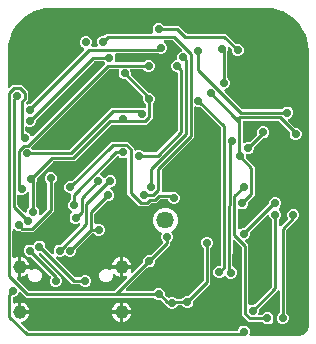
<source format=gbr>
G04 EAGLE Gerber RS-274X export*
G75*
%MOMM*%
%FSLAX34Y34*%
%LPD*%
%INPCBWay Copper Layer 2*%
%IPPOS*%
%AMOC8*
5,1,8,0,0,1.08239X$1,22.5*%
G01*
%ADD10C,1.158000*%
%ADD11C,1.458000*%
%ADD12C,0.711200*%
%ADD13C,0.254000*%

G36*
X256200Y3811D02*
X256200Y3811D01*
X256202Y3811D01*
X266221Y3834D01*
X266293Y3843D01*
X266365Y3842D01*
X266524Y3871D01*
X267662Y4153D01*
X267751Y4188D01*
X267844Y4213D01*
X267940Y4261D01*
X267958Y4268D01*
X267967Y4274D01*
X267988Y4284D01*
X270416Y5678D01*
X270539Y5772D01*
X270663Y5863D01*
X270667Y5868D01*
X270669Y5870D01*
X270674Y5876D01*
X270771Y5982D01*
X272529Y8161D01*
X272610Y8292D01*
X272692Y8423D01*
X272694Y8429D01*
X272696Y8431D01*
X272698Y8439D01*
X272750Y8573D01*
X273598Y11240D01*
X273615Y11335D01*
X273642Y11427D01*
X273652Y11534D01*
X273656Y11553D01*
X273655Y11564D01*
X273657Y11587D01*
X273689Y12651D01*
X273688Y12663D01*
X273689Y12689D01*
X273689Y13190D01*
X273687Y13210D01*
X273687Y13270D01*
X273591Y14785D01*
X273600Y14800D01*
X273625Y14897D01*
X273659Y14992D01*
X273664Y15051D01*
X273679Y15108D01*
X273689Y15269D01*
X273689Y245337D01*
X273687Y245358D01*
X273687Y245420D01*
X273388Y249978D01*
X273379Y250022D01*
X273379Y250066D01*
X273347Y250224D01*
X270988Y259029D01*
X270956Y259108D01*
X270933Y259191D01*
X270872Y259314D01*
X270868Y259324D01*
X270865Y259327D01*
X270861Y259335D01*
X266303Y267230D01*
X266251Y267298D01*
X266208Y267372D01*
X266117Y267475D01*
X266111Y267483D01*
X266107Y267486D01*
X266101Y267493D01*
X259655Y273939D01*
X259588Y273991D01*
X259527Y274051D01*
X259413Y274127D01*
X259404Y274134D01*
X259400Y274135D01*
X259393Y274140D01*
X251498Y278698D01*
X251419Y278732D01*
X251344Y278774D01*
X251215Y278817D01*
X251205Y278822D01*
X251200Y278822D01*
X251192Y278825D01*
X242386Y281185D01*
X242343Y281191D01*
X242301Y281204D01*
X242141Y281225D01*
X237583Y281524D01*
X237562Y281523D01*
X237500Y281527D01*
X210930Y281527D01*
X210930Y281526D01*
X210929Y281527D01*
X73090Y281405D01*
X73077Y281404D01*
X70973Y281404D01*
X70972Y281404D01*
X68938Y281402D01*
X68936Y281402D01*
X68930Y281402D01*
X68908Y281402D01*
X68883Y281403D01*
X54832Y281402D01*
X54811Y281399D01*
X54746Y281399D01*
X50191Y281088D01*
X50148Y281080D01*
X50104Y281079D01*
X49946Y281047D01*
X41149Y278672D01*
X41070Y278639D01*
X40988Y278616D01*
X40864Y278555D01*
X40855Y278551D01*
X40851Y278548D01*
X40844Y278545D01*
X32957Y273981D01*
X32889Y273929D01*
X32816Y273886D01*
X32712Y273794D01*
X32704Y273788D01*
X32701Y273785D01*
X32695Y273780D01*
X26252Y267336D01*
X26199Y267269D01*
X26140Y267208D01*
X26063Y267092D01*
X26057Y267085D01*
X26055Y267081D01*
X26051Y267074D01*
X21487Y259187D01*
X21454Y259108D01*
X21412Y259034D01*
X21367Y258903D01*
X21363Y258894D01*
X21363Y258890D01*
X21360Y258882D01*
X18985Y250084D01*
X18979Y250041D01*
X18965Y249999D01*
X18944Y249840D01*
X18633Y245285D01*
X18635Y245264D01*
X18630Y245198D01*
X18630Y215039D01*
X18648Y214902D01*
X18661Y214763D01*
X18668Y214744D01*
X18670Y214724D01*
X18721Y214595D01*
X18769Y214464D01*
X18780Y214447D01*
X18787Y214428D01*
X18869Y214316D01*
X18947Y214201D01*
X18962Y214187D01*
X18974Y214171D01*
X19081Y214082D01*
X19186Y213990D01*
X19204Y213981D01*
X19219Y213968D01*
X19345Y213909D01*
X19469Y213846D01*
X19489Y213841D01*
X19507Y213833D01*
X19643Y213806D01*
X19779Y213776D01*
X19799Y213777D01*
X19819Y213773D01*
X19958Y213781D01*
X20097Y213786D01*
X20117Y213791D01*
X20137Y213792D01*
X20269Y213835D01*
X20402Y213874D01*
X20420Y213884D01*
X20439Y213891D01*
X20557Y213965D01*
X20676Y214036D01*
X20697Y214054D01*
X20708Y214061D01*
X20722Y214076D01*
X20797Y214142D01*
X22954Y216299D01*
X30530Y216299D01*
X35887Y210942D01*
X35887Y203366D01*
X34278Y201758D01*
X34235Y201702D01*
X34185Y201654D01*
X34138Y201577D01*
X34083Y201506D01*
X34055Y201442D01*
X34019Y201383D01*
X33993Y201297D01*
X33957Y201214D01*
X33946Y201145D01*
X33925Y201079D01*
X33921Y200989D01*
X33907Y200900D01*
X33914Y200831D01*
X33910Y200761D01*
X33928Y200673D01*
X33937Y200584D01*
X33960Y200518D01*
X33975Y200450D01*
X34014Y200369D01*
X34044Y200284D01*
X34084Y200227D01*
X34114Y200164D01*
X34173Y200096D01*
X34223Y200021D01*
X34275Y199975D01*
X34321Y199922D01*
X34394Y199870D01*
X34461Y199811D01*
X34524Y199779D01*
X34581Y199739D01*
X34665Y199707D01*
X34745Y199666D01*
X34813Y199651D01*
X34878Y199626D01*
X34967Y199616D01*
X35055Y199597D01*
X35125Y199599D01*
X35194Y199591D01*
X35283Y199603D01*
X35373Y199606D01*
X35440Y199626D01*
X35509Y199635D01*
X35661Y199687D01*
X36271Y199940D01*
X37105Y199940D01*
X37203Y199952D01*
X37302Y199955D01*
X37360Y199972D01*
X37421Y199980D01*
X37513Y200016D01*
X37608Y200044D01*
X37660Y200075D01*
X37716Y200097D01*
X37796Y200155D01*
X37882Y200205D01*
X37957Y200272D01*
X37974Y200284D01*
X37981Y200293D01*
X38003Y200312D01*
X83361Y245670D01*
X83391Y245709D01*
X83428Y245743D01*
X83488Y245834D01*
X83556Y245921D01*
X83575Y245967D01*
X83603Y246008D01*
X83638Y246112D01*
X83682Y246213D01*
X83690Y246262D01*
X83706Y246309D01*
X83714Y246418D01*
X83732Y246527D01*
X83727Y246577D01*
X83731Y246626D01*
X83712Y246734D01*
X83702Y246844D01*
X83685Y246890D01*
X83677Y246939D01*
X83631Y247040D01*
X83594Y247143D01*
X83566Y247184D01*
X83546Y247229D01*
X83477Y247315D01*
X83416Y247406D01*
X83379Y247439D01*
X83347Y247478D01*
X83260Y247544D01*
X83177Y247617D01*
X83133Y247639D01*
X83093Y247669D01*
X82949Y247740D01*
X82061Y248108D01*
X80632Y249537D01*
X79858Y251404D01*
X79858Y253426D01*
X80632Y255293D01*
X82061Y256722D01*
X83928Y257496D01*
X85950Y257496D01*
X87817Y256722D01*
X89246Y255293D01*
X90020Y253426D01*
X90020Y251404D01*
X89511Y250177D01*
X89498Y250129D01*
X89477Y250084D01*
X89456Y249977D01*
X89427Y249870D01*
X89427Y249821D01*
X89417Y249772D01*
X89424Y249663D01*
X89422Y249553D01*
X89434Y249504D01*
X89437Y249455D01*
X89471Y249350D01*
X89497Y249243D01*
X89520Y249199D01*
X89535Y249152D01*
X89594Y249059D01*
X89645Y248962D01*
X89679Y248925D01*
X89705Y248883D01*
X89785Y248808D01*
X89859Y248727D01*
X89901Y248699D01*
X89937Y248665D01*
X90033Y248612D01*
X90125Y248552D01*
X90172Y248536D01*
X90215Y248512D01*
X90322Y248485D01*
X90426Y248449D01*
X90475Y248445D01*
X90523Y248432D01*
X90684Y248422D01*
X93774Y248422D01*
X93823Y248428D01*
X93873Y248426D01*
X93980Y248448D01*
X94089Y248462D01*
X94136Y248480D01*
X94184Y248490D01*
X94283Y248539D01*
X94385Y248579D01*
X94425Y248608D01*
X94470Y248630D01*
X94554Y248701D01*
X94642Y248766D01*
X94674Y248804D01*
X94712Y248837D01*
X94775Y248926D01*
X94845Y249011D01*
X94866Y249056D01*
X94895Y249097D01*
X94934Y249199D01*
X94981Y249299D01*
X94990Y249347D01*
X95008Y249394D01*
X95020Y249503D01*
X95041Y249611D01*
X95037Y249661D01*
X95043Y249710D01*
X95028Y249819D01*
X95021Y249928D01*
X95006Y249976D01*
X94999Y250025D01*
X94947Y250177D01*
X94291Y251760D01*
X94291Y253781D01*
X95064Y255649D01*
X96494Y257078D01*
X98361Y257851D01*
X99974Y257851D01*
X100073Y257864D01*
X100172Y257867D01*
X100230Y257884D01*
X100290Y257891D01*
X100382Y257928D01*
X100477Y257955D01*
X100529Y257986D01*
X100586Y258008D01*
X100666Y258066D01*
X100751Y258117D01*
X100826Y258183D01*
X100843Y258195D01*
X100851Y258204D01*
X100872Y258223D01*
X102340Y259692D01*
X140596Y259692D01*
X140646Y259698D01*
X140695Y259696D01*
X140803Y259718D01*
X140912Y259732D01*
X140958Y259750D01*
X141007Y259760D01*
X141105Y259808D01*
X141208Y259849D01*
X141248Y259878D01*
X141292Y259900D01*
X141376Y259971D01*
X141465Y260035D01*
X141497Y260074D01*
X141534Y260106D01*
X141598Y260196D01*
X141668Y260280D01*
X141689Y260325D01*
X141718Y260366D01*
X141757Y260469D01*
X141803Y260568D01*
X141813Y260617D01*
X141830Y260663D01*
X141842Y260773D01*
X141863Y260880D01*
X141860Y260930D01*
X141866Y260979D01*
X141850Y261088D01*
X141843Y261198D01*
X141828Y261245D01*
X141821Y261294D01*
X141769Y261447D01*
X141427Y262272D01*
X141427Y264293D01*
X142201Y266161D01*
X143630Y267590D01*
X145497Y268364D01*
X147518Y268364D01*
X149386Y267590D01*
X150517Y266459D01*
X150595Y266399D01*
X150667Y266331D01*
X150720Y266302D01*
X150768Y266264D01*
X150859Y266225D01*
X150945Y266177D01*
X151004Y266162D01*
X151060Y266138D01*
X151158Y266122D01*
X151253Y266098D01*
X151353Y266091D01*
X151374Y266088D01*
X151386Y266089D01*
X151414Y266088D01*
X163641Y266088D01*
X169632Y260096D01*
X169711Y260035D01*
X169783Y259967D01*
X169836Y259938D01*
X169884Y259901D01*
X169975Y259862D01*
X170061Y259814D01*
X170120Y259799D01*
X170175Y259775D01*
X170273Y259759D01*
X170369Y259735D01*
X170469Y259728D01*
X170490Y259725D01*
X170502Y259726D01*
X170530Y259724D01*
X203169Y259724D01*
X212007Y250886D01*
X212085Y250826D01*
X212157Y250758D01*
X212210Y250729D01*
X212258Y250691D01*
X212349Y250652D01*
X212436Y250604D01*
X212494Y250589D01*
X212550Y250565D01*
X212648Y250549D01*
X212744Y250525D01*
X212844Y250518D01*
X212864Y250515D01*
X212876Y250516D01*
X212904Y250515D01*
X214518Y250515D01*
X216385Y249741D01*
X217814Y248312D01*
X218588Y246444D01*
X218588Y244423D01*
X217814Y242556D01*
X216385Y241127D01*
X214518Y240353D01*
X212496Y240353D01*
X210629Y241127D01*
X209200Y242556D01*
X208426Y244423D01*
X208426Y246036D01*
X208414Y246135D01*
X208411Y246234D01*
X208394Y246292D01*
X208386Y246352D01*
X208350Y246444D01*
X208322Y246539D01*
X208292Y246591D01*
X208269Y246648D01*
X208211Y246728D01*
X208161Y246813D01*
X208095Y246888D01*
X208082Y246905D01*
X208073Y246913D01*
X208054Y246934D01*
X207060Y247929D01*
X206950Y248013D01*
X206843Y248103D01*
X206824Y248111D01*
X206808Y248124D01*
X206681Y248179D01*
X206555Y248238D01*
X206535Y248242D01*
X206517Y248250D01*
X206379Y248272D01*
X206243Y248298D01*
X206223Y248297D01*
X206203Y248300D01*
X206063Y248287D01*
X205925Y248278D01*
X205906Y248272D01*
X205886Y248270D01*
X205755Y248223D01*
X205623Y248180D01*
X205606Y248169D01*
X205587Y248162D01*
X205472Y248084D01*
X205354Y248010D01*
X205340Y247995D01*
X205323Y247984D01*
X205232Y247880D01*
X205136Y247778D01*
X205126Y247761D01*
X205113Y247745D01*
X205050Y247622D01*
X204983Y247500D01*
X204978Y247480D01*
X204968Y247462D01*
X204938Y247326D01*
X204903Y247192D01*
X204901Y247164D01*
X204899Y247152D01*
X204899Y247131D01*
X204893Y247031D01*
X204893Y245911D01*
X204619Y245249D01*
X204617Y245240D01*
X204612Y245232D01*
X204575Y245087D01*
X204535Y244942D01*
X204535Y244933D01*
X204533Y244924D01*
X204522Y244764D01*
X204522Y222547D01*
X204535Y222449D01*
X204538Y222350D01*
X204555Y222292D01*
X204562Y222232D01*
X204599Y222140D01*
X204626Y222045D01*
X204657Y221993D01*
X204679Y221936D01*
X204737Y221856D01*
X204788Y221771D01*
X204854Y221695D01*
X204866Y221679D01*
X204875Y221671D01*
X204894Y221650D01*
X206035Y220509D01*
X206808Y218642D01*
X206808Y216621D01*
X206035Y214753D01*
X204606Y213324D01*
X202958Y212642D01*
X202915Y212617D01*
X202868Y212600D01*
X202777Y212538D01*
X202682Y212484D01*
X202646Y212449D01*
X202605Y212422D01*
X202532Y212339D01*
X202454Y212263D01*
X202428Y212220D01*
X202395Y212183D01*
X202345Y212085D01*
X202287Y211992D01*
X202273Y211944D01*
X202250Y211900D01*
X202226Y211793D01*
X202194Y211688D01*
X202191Y211638D01*
X202180Y211590D01*
X202184Y211480D01*
X202179Y211370D01*
X202189Y211321D01*
X202190Y211272D01*
X202221Y211166D01*
X202243Y211059D01*
X202265Y211014D01*
X202278Y210966D01*
X202334Y210872D01*
X202383Y210773D01*
X202415Y210735D01*
X202440Y210692D01*
X202546Y210571D01*
X217134Y195984D01*
X217212Y195923D01*
X217284Y195855D01*
X217337Y195826D01*
X217385Y195789D01*
X217476Y195750D01*
X217563Y195702D01*
X217621Y195687D01*
X217677Y195663D01*
X217775Y195647D01*
X217871Y195622D01*
X217971Y195616D01*
X217991Y195613D01*
X218003Y195614D01*
X218031Y195612D01*
X250548Y195612D01*
X250647Y195625D01*
X250746Y195628D01*
X250804Y195644D01*
X250864Y195652D01*
X250956Y195688D01*
X251051Y195716D01*
X251103Y195747D01*
X251160Y195769D01*
X251240Y195827D01*
X251325Y195878D01*
X251400Y195944D01*
X251417Y195956D01*
X251425Y195965D01*
X251446Y195984D01*
X252587Y197125D01*
X254454Y197898D01*
X256475Y197898D01*
X258343Y197125D01*
X259772Y195695D01*
X260545Y193828D01*
X260545Y191807D01*
X259772Y189940D01*
X258343Y188510D01*
X256565Y187774D01*
X256522Y187749D01*
X256475Y187733D01*
X256384Y187671D01*
X256289Y187616D01*
X256253Y187582D01*
X256212Y187554D01*
X256139Y187472D01*
X256060Y187395D01*
X256034Y187353D01*
X256001Y187316D01*
X255951Y187217D01*
X255894Y187124D01*
X255879Y187077D01*
X255857Y187032D01*
X255833Y186925D01*
X255800Y186820D01*
X255798Y186770D01*
X255787Y186722D01*
X255791Y186612D01*
X255785Y186502D01*
X255795Y186454D01*
X255797Y186404D01*
X255827Y186299D01*
X255850Y186191D01*
X255871Y186146D01*
X255885Y186099D01*
X255941Y186004D01*
X255989Y185905D01*
X256021Y185868D01*
X256047Y185825D01*
X256090Y185776D01*
X256090Y185775D01*
X256092Y185773D01*
X256153Y185704D01*
X261892Y179965D01*
X261970Y179905D01*
X262042Y179837D01*
X262095Y179807D01*
X262143Y179770D01*
X262234Y179731D01*
X262321Y179683D01*
X262379Y179668D01*
X262435Y179644D01*
X262533Y179628D01*
X262629Y179604D01*
X262729Y179597D01*
X262749Y179594D01*
X262761Y179595D01*
X262789Y179593D01*
X263506Y179593D01*
X265374Y178820D01*
X266803Y177391D01*
X267576Y175523D01*
X267576Y173502D01*
X266803Y171635D01*
X265374Y170205D01*
X263506Y169432D01*
X261485Y169432D01*
X259618Y170205D01*
X258188Y171635D01*
X257415Y173502D01*
X257415Y175540D01*
X257437Y175638D01*
X257471Y175763D01*
X257472Y175793D01*
X257478Y175822D01*
X257474Y175952D01*
X257476Y176081D01*
X257470Y176110D01*
X257469Y176140D01*
X257433Y176264D01*
X257402Y176391D01*
X257388Y176417D01*
X257380Y176445D01*
X257314Y176557D01*
X257254Y176672D01*
X257234Y176694D01*
X257219Y176719D01*
X257112Y176840D01*
X248387Y185565D01*
X248309Y185626D01*
X248237Y185694D01*
X248184Y185723D01*
X248136Y185760D01*
X248045Y185799D01*
X247958Y185847D01*
X247900Y185862D01*
X247844Y185886D01*
X247746Y185902D01*
X247651Y185926D01*
X247550Y185933D01*
X247530Y185936D01*
X247518Y185935D01*
X247490Y185937D01*
X219060Y185937D01*
X218942Y185922D01*
X218823Y185914D01*
X218785Y185902D01*
X218745Y185897D01*
X218634Y185853D01*
X218521Y185816D01*
X218487Y185795D01*
X218449Y185780D01*
X218353Y185710D01*
X218252Y185646D01*
X218224Y185617D01*
X218192Y185593D01*
X218116Y185501D01*
X218034Y185415D01*
X218015Y185379D01*
X217989Y185348D01*
X217938Y185240D01*
X217881Y185136D01*
X217871Y185097D01*
X217853Y185060D01*
X217831Y184944D01*
X217801Y184828D01*
X217797Y184768D01*
X217794Y184748D01*
X217795Y184728D01*
X217791Y184667D01*
X217791Y168124D01*
X217797Y168075D01*
X217795Y168025D01*
X217817Y167918D01*
X217831Y167809D01*
X217849Y167762D01*
X217859Y167714D01*
X217907Y167615D01*
X217948Y167513D01*
X217977Y167473D01*
X217999Y167428D01*
X218070Y167345D01*
X218135Y167256D01*
X218173Y167224D01*
X218205Y167186D01*
X218295Y167123D01*
X218380Y167053D01*
X218425Y167032D01*
X218465Y167003D01*
X218568Y166964D01*
X218667Y166917D01*
X218716Y166908D01*
X218763Y166890D01*
X218872Y166878D01*
X218980Y166857D01*
X219029Y166860D01*
X219079Y166855D01*
X219188Y166870D01*
X219297Y166877D01*
X219344Y166892D01*
X219394Y166899D01*
X219546Y166951D01*
X221425Y167730D01*
X223038Y167730D01*
X223136Y167742D01*
X223235Y167745D01*
X223293Y167762D01*
X223353Y167769D01*
X223445Y167806D01*
X223541Y167833D01*
X223593Y167864D01*
X223649Y167886D01*
X223729Y167945D01*
X223814Y167995D01*
X223890Y168061D01*
X223906Y168073D01*
X223914Y168083D01*
X223935Y168101D01*
X229575Y173741D01*
X229593Y173764D01*
X229616Y173784D01*
X229690Y173890D01*
X229770Y173992D01*
X229782Y174020D01*
X229799Y174044D01*
X229845Y174165D01*
X229896Y174284D01*
X229901Y174314D01*
X229911Y174341D01*
X229926Y174470D01*
X229946Y174598D01*
X229943Y174628D01*
X229946Y174658D01*
X229933Y174751D01*
X229933Y176944D01*
X230707Y178812D01*
X232136Y180241D01*
X234003Y181015D01*
X236025Y181015D01*
X237892Y180241D01*
X239321Y178812D01*
X240095Y176944D01*
X240095Y174923D01*
X239321Y173056D01*
X237892Y171627D01*
X236025Y170853D01*
X235117Y170853D01*
X235019Y170841D01*
X234920Y170838D01*
X234862Y170821D01*
X234802Y170813D01*
X234710Y170777D01*
X234615Y170749D01*
X234563Y170718D01*
X234506Y170696D01*
X234426Y170638D01*
X234341Y170588D01*
X234265Y170521D01*
X234249Y170509D01*
X234241Y170500D01*
X234220Y170481D01*
X227888Y164149D01*
X227827Y164071D01*
X227759Y163999D01*
X227730Y163946D01*
X227693Y163898D01*
X227653Y163807D01*
X227606Y163720D01*
X227590Y163662D01*
X227566Y163606D01*
X227551Y163508D01*
X227526Y163412D01*
X227520Y163312D01*
X227517Y163292D01*
X227518Y163280D01*
X227516Y163252D01*
X227516Y161638D01*
X226742Y159771D01*
X225313Y158342D01*
X223446Y157568D01*
X221396Y157568D01*
X221278Y157553D01*
X221159Y157546D01*
X221121Y157533D01*
X221080Y157528D01*
X220970Y157484D01*
X220856Y157448D01*
X220822Y157426D01*
X220785Y157411D01*
X220688Y157341D01*
X220588Y157278D01*
X220560Y157248D01*
X220527Y157224D01*
X220451Y157133D01*
X220370Y157046D01*
X220350Y157011D01*
X220325Y156979D01*
X220274Y156872D01*
X220216Y156768D01*
X220206Y156728D01*
X220189Y156692D01*
X220167Y156575D01*
X220137Y156460D01*
X220133Y156399D01*
X220129Y156379D01*
X220130Y156359D01*
X220127Y156299D01*
X220127Y155304D01*
X220139Y155206D01*
X220142Y155107D01*
X220159Y155049D01*
X220166Y154989D01*
X220203Y154897D01*
X220230Y154802D01*
X220261Y154750D01*
X220284Y154693D01*
X220342Y154613D01*
X220392Y154528D01*
X220458Y154452D01*
X220470Y154436D01*
X220480Y154428D01*
X220498Y154407D01*
X225780Y149126D01*
X225780Y149125D01*
X227789Y147117D01*
X227789Y122668D01*
X222474Y117353D01*
X222413Y117275D01*
X222345Y117203D01*
X222316Y117150D01*
X222279Y117102D01*
X222240Y117011D01*
X222192Y116924D01*
X222177Y116866D01*
X222153Y116810D01*
X222137Y116712D01*
X222112Y116616D01*
X222106Y116516D01*
X222103Y116496D01*
X222104Y116484D01*
X222102Y116456D01*
X222102Y114842D01*
X221329Y112975D01*
X219899Y111546D01*
X218032Y110772D01*
X216011Y110772D01*
X215181Y111116D01*
X215133Y111129D01*
X215088Y111150D01*
X214981Y111171D01*
X214875Y111200D01*
X214825Y111201D01*
X214776Y111210D01*
X214667Y111203D01*
X214557Y111205D01*
X214508Y111193D01*
X214459Y111190D01*
X214354Y111156D01*
X214247Y111131D01*
X214203Y111107D01*
X214156Y111092D01*
X214063Y111033D01*
X213966Y110982D01*
X213929Y110949D01*
X213887Y110922D01*
X213812Y110842D01*
X213731Y110768D01*
X213704Y110726D01*
X213670Y110690D01*
X213617Y110594D01*
X213556Y110502D01*
X213540Y110455D01*
X213516Y110412D01*
X213489Y110306D01*
X213453Y110201D01*
X213449Y110152D01*
X213437Y110104D01*
X213426Y109943D01*
X213426Y95401D01*
X213444Y95263D01*
X213457Y95124D01*
X213464Y95105D01*
X213466Y95085D01*
X213517Y94956D01*
X213564Y94825D01*
X213576Y94808D01*
X213583Y94790D01*
X213665Y94677D01*
X213743Y94562D01*
X213758Y94549D01*
X213770Y94532D01*
X213877Y94443D01*
X213981Y94352D01*
X213999Y94342D01*
X214015Y94329D01*
X214140Y94270D01*
X214265Y94207D01*
X214285Y94202D01*
X214303Y94194D01*
X214439Y94168D01*
X214575Y94137D01*
X214595Y94138D01*
X214615Y94134D01*
X214754Y94143D01*
X214893Y94147D01*
X214912Y94153D01*
X214932Y94154D01*
X215064Y94197D01*
X215198Y94235D01*
X215216Y94246D01*
X215235Y94252D01*
X215352Y94326D01*
X215472Y94397D01*
X215493Y94415D01*
X215504Y94422D01*
X215518Y94437D01*
X215593Y94503D01*
X215740Y94650D01*
X217607Y95424D01*
X219094Y95424D01*
X219192Y95436D01*
X219291Y95439D01*
X219349Y95456D01*
X219409Y95464D01*
X219501Y95500D01*
X219597Y95528D01*
X219649Y95558D01*
X219705Y95581D01*
X219785Y95639D01*
X219870Y95689D01*
X219946Y95755D01*
X219962Y95767D01*
X219970Y95777D01*
X219991Y95795D01*
X239781Y115585D01*
X239842Y115663D01*
X239910Y115736D01*
X239939Y115789D01*
X239976Y115836D01*
X240015Y115927D01*
X240063Y116014D01*
X240078Y116073D01*
X240102Y116128D01*
X240118Y116226D01*
X240143Y116322D01*
X240149Y116422D01*
X240152Y116442D01*
X240151Y116455D01*
X240153Y116483D01*
X240153Y117011D01*
X240926Y118878D01*
X242356Y120307D01*
X244223Y121081D01*
X246244Y121081D01*
X248111Y120307D01*
X249541Y118878D01*
X250314Y117011D01*
X250314Y114989D01*
X249541Y113122D01*
X248509Y112091D01*
X248437Y111997D01*
X248358Y111908D01*
X248339Y111871D01*
X248314Y111840D01*
X248267Y111730D01*
X248213Y111624D01*
X248204Y111585D01*
X248188Y111548D01*
X248169Y111430D01*
X248143Y111314D01*
X248145Y111274D01*
X248138Y111234D01*
X248149Y111115D01*
X248153Y110996D01*
X248164Y110957D01*
X248168Y110917D01*
X248208Y110805D01*
X248241Y110691D01*
X248262Y110656D01*
X248276Y110618D01*
X248343Y110519D01*
X248403Y110417D01*
X248443Y110372D01*
X248454Y110355D01*
X248470Y110341D01*
X248509Y110296D01*
X249607Y109198D01*
X250381Y107331D01*
X250381Y105309D01*
X249607Y103442D01*
X248459Y102294D01*
X248398Y102215D01*
X248330Y102143D01*
X248301Y102090D01*
X248264Y102042D01*
X248225Y101951D01*
X248177Y101865D01*
X248162Y101806D01*
X248138Y101750D01*
X248122Y101653D01*
X248097Y101557D01*
X248091Y101457D01*
X248088Y101436D01*
X248089Y101424D01*
X248087Y101396D01*
X248087Y97644D01*
X248104Y97506D01*
X248118Y97367D01*
X248124Y97348D01*
X248127Y97328D01*
X248178Y97199D01*
X248225Y97068D01*
X248237Y97051D01*
X248244Y97032D01*
X248326Y96920D01*
X248404Y96805D01*
X248419Y96792D01*
X248431Y96775D01*
X248538Y96686D01*
X248642Y96594D01*
X248660Y96585D01*
X248676Y96572D01*
X248801Y96513D01*
X248925Y96450D01*
X248945Y96445D01*
X248964Y96437D01*
X249100Y96411D01*
X249236Y96380D01*
X249256Y96381D01*
X249276Y96377D01*
X249414Y96386D01*
X249554Y96390D01*
X249573Y96395D01*
X249593Y96397D01*
X249725Y96440D01*
X249859Y96478D01*
X249877Y96489D01*
X249896Y96495D01*
X250013Y96569D01*
X250133Y96640D01*
X250154Y96658D01*
X250164Y96665D01*
X250178Y96680D01*
X250254Y96746D01*
X255813Y102305D01*
X255831Y102328D01*
X255853Y102348D01*
X255928Y102454D01*
X256008Y102556D01*
X256019Y102584D01*
X256036Y102608D01*
X256082Y102729D01*
X256134Y102848D01*
X256139Y102877D01*
X256149Y102905D01*
X256164Y103034D01*
X256184Y103162D01*
X256181Y103192D01*
X256184Y103221D01*
X256166Y103350D01*
X256154Y103479D01*
X256144Y103507D01*
X256140Y103536D01*
X256088Y103688D01*
X255499Y105109D01*
X255499Y107131D01*
X256273Y108998D01*
X257702Y110427D01*
X259569Y111201D01*
X261591Y111201D01*
X263458Y110427D01*
X264887Y108998D01*
X265661Y107131D01*
X265661Y105109D01*
X264887Y103242D01*
X263458Y101813D01*
X263294Y101745D01*
X263286Y101740D01*
X263277Y101737D01*
X263148Y101661D01*
X263017Y101587D01*
X263011Y101581D01*
X263003Y101576D01*
X262882Y101470D01*
X261366Y99954D01*
X255041Y93628D01*
X254980Y93550D01*
X254912Y93478D01*
X254883Y93425D01*
X254846Y93377D01*
X254806Y93286D01*
X254759Y93200D01*
X254744Y93141D01*
X254719Y93085D01*
X254704Y92987D01*
X254679Y92892D01*
X254673Y92792D01*
X254670Y92771D01*
X254671Y92759D01*
X254669Y92731D01*
X254669Y23242D01*
X254681Y23144D01*
X254684Y23045D01*
X254701Y22987D01*
X254709Y22926D01*
X254745Y22834D01*
X254773Y22739D01*
X254804Y22687D01*
X254826Y22631D01*
X254884Y22551D01*
X254934Y22465D01*
X255001Y22390D01*
X255013Y22373D01*
X255022Y22366D01*
X255041Y22345D01*
X255887Y21498D01*
X256661Y19631D01*
X256661Y17609D01*
X255887Y15742D01*
X254458Y14313D01*
X252591Y13539D01*
X250569Y13539D01*
X248702Y14313D01*
X247273Y15742D01*
X246499Y17609D01*
X246499Y19631D01*
X247273Y21498D01*
X248708Y22933D01*
X248768Y23011D01*
X248836Y23083D01*
X248866Y23136D01*
X248903Y23184D01*
X248942Y23275D01*
X248990Y23362D01*
X249005Y23420D01*
X249029Y23476D01*
X249045Y23574D01*
X249069Y23670D01*
X249076Y23770D01*
X249079Y23790D01*
X249078Y23803D01*
X249080Y23831D01*
X249080Y40961D01*
X249062Y41099D01*
X249049Y41238D01*
X249042Y41257D01*
X249040Y41277D01*
X248989Y41406D01*
X248941Y41537D01*
X248930Y41554D01*
X248923Y41572D01*
X248841Y41685D01*
X248763Y41800D01*
X248748Y41813D01*
X248736Y41830D01*
X248629Y41919D01*
X248524Y42010D01*
X248506Y42020D01*
X248491Y42033D01*
X248365Y42092D01*
X248241Y42155D01*
X248221Y42159D01*
X248203Y42168D01*
X248067Y42194D01*
X247931Y42225D01*
X247911Y42224D01*
X247891Y42228D01*
X247752Y42219D01*
X247613Y42215D01*
X247593Y42209D01*
X247573Y42208D01*
X247441Y42165D01*
X247308Y42127D01*
X247290Y42116D01*
X247271Y42110D01*
X247153Y42036D01*
X247034Y41965D01*
X247013Y41946D01*
X247002Y41940D01*
X246988Y41925D01*
X246913Y41859D01*
X246078Y41024D01*
X231738Y26684D01*
X231677Y26606D01*
X231610Y26534D01*
X231580Y26481D01*
X231543Y26433D01*
X231504Y26342D01*
X231456Y26255D01*
X231441Y26197D01*
X231417Y26141D01*
X231401Y26043D01*
X231377Y25947D01*
X231370Y25847D01*
X231367Y25827D01*
X231368Y25814D01*
X231366Y25786D01*
X231366Y24173D01*
X230893Y23030D01*
X230880Y22982D01*
X230858Y22937D01*
X230838Y22829D01*
X230809Y22723D01*
X230808Y22673D01*
X230799Y22624D01*
X230805Y22515D01*
X230804Y22405D01*
X230815Y22357D01*
X230818Y22307D01*
X230852Y22203D01*
X230878Y22096D01*
X230901Y22052D01*
X230916Y22005D01*
X230975Y21912D01*
X231027Y21815D01*
X231060Y21778D01*
X231087Y21736D01*
X231167Y21661D01*
X231240Y21579D01*
X231282Y21552D01*
X231318Y21518D01*
X231414Y21465D01*
X231506Y21405D01*
X231553Y21388D01*
X231597Y21364D01*
X231703Y21337D01*
X231807Y21301D01*
X231857Y21297D01*
X231905Y21285D01*
X232065Y21275D01*
X233764Y21275D01*
X233862Y21287D01*
X233961Y21290D01*
X234019Y21307D01*
X234079Y21315D01*
X234171Y21351D01*
X234266Y21379D01*
X234319Y21409D01*
X234375Y21432D01*
X234455Y21490D01*
X234540Y21540D01*
X234616Y21606D01*
X234632Y21618D01*
X234640Y21628D01*
X234661Y21646D01*
X235802Y22787D01*
X237669Y23561D01*
X239691Y23561D01*
X241558Y22787D01*
X242987Y21358D01*
X243761Y19491D01*
X243761Y17469D01*
X242987Y15602D01*
X241558Y14173D01*
X239691Y13399D01*
X237669Y13399D01*
X235802Y14173D01*
X234661Y15314D01*
X234583Y15374D01*
X234511Y15442D01*
X234458Y15471D01*
X234410Y15508D01*
X234319Y15548D01*
X234232Y15596D01*
X234174Y15611D01*
X234118Y15635D01*
X234020Y15650D01*
X233924Y15675D01*
X233824Y15681D01*
X233804Y15685D01*
X233792Y15683D01*
X233764Y15685D01*
X222640Y15685D01*
X220631Y17694D01*
X218886Y19440D01*
X218885Y19440D01*
X216877Y21448D01*
X216877Y78401D01*
X216864Y78499D01*
X216861Y78598D01*
X216844Y78657D01*
X216837Y78717D01*
X216800Y78809D01*
X216773Y78904D01*
X216742Y78956D01*
X216720Y79012D01*
X216662Y79092D01*
X216611Y79178D01*
X216545Y79253D01*
X216533Y79270D01*
X216523Y79278D01*
X216505Y79299D01*
X211292Y84511D01*
X211185Y84595D01*
X211081Y84681D01*
X211060Y84692D01*
X211041Y84706D01*
X210916Y84760D01*
X210794Y84819D01*
X210771Y84823D01*
X210749Y84833D01*
X210615Y84854D01*
X210482Y84880D01*
X210459Y84879D01*
X210435Y84883D01*
X210300Y84870D01*
X210165Y84862D01*
X210142Y84855D01*
X210118Y84853D01*
X209990Y84807D01*
X209862Y84766D01*
X209842Y84753D01*
X209819Y84745D01*
X209707Y84669D01*
X209592Y84597D01*
X209576Y84580D01*
X209556Y84567D01*
X209466Y84465D01*
X209373Y84367D01*
X209361Y84346D01*
X209345Y84328D01*
X209284Y84207D01*
X209218Y84089D01*
X209212Y84066D01*
X209201Y84045D01*
X209171Y83913D01*
X209137Y83782D01*
X209134Y83748D01*
X209131Y83735D01*
X209132Y83713D01*
X209125Y83621D01*
X209010Y63075D01*
X209014Y63042D01*
X209011Y63009D01*
X209033Y62885D01*
X209048Y62759D01*
X209060Y62729D01*
X209066Y62696D01*
X209118Y62581D01*
X209164Y62463D01*
X209183Y62436D01*
X209196Y62406D01*
X209275Y62307D01*
X209349Y62205D01*
X209374Y62183D01*
X209395Y62158D01*
X209496Y62082D01*
X209593Y62000D01*
X209623Y61986D01*
X209649Y61966D01*
X209794Y61895D01*
X210326Y61675D01*
X211756Y60245D01*
X212529Y58378D01*
X212529Y56357D01*
X211756Y54489D01*
X210326Y53060D01*
X208459Y52287D01*
X206438Y52287D01*
X204570Y53060D01*
X203555Y54075D01*
X203461Y54148D01*
X203372Y54227D01*
X203336Y54245D01*
X203304Y54270D01*
X203195Y54318D01*
X203089Y54372D01*
X203049Y54380D01*
X203012Y54396D01*
X202894Y54415D01*
X202779Y54441D01*
X202738Y54440D01*
X202698Y54446D01*
X202580Y54435D01*
X202461Y54432D01*
X202422Y54420D01*
X202382Y54417D01*
X202270Y54376D01*
X202155Y54343D01*
X202120Y54323D01*
X202082Y54309D01*
X201984Y54242D01*
X201881Y54182D01*
X201836Y54142D01*
X201819Y54130D01*
X201806Y54115D01*
X201760Y54075D01*
X200878Y53193D01*
X199011Y52419D01*
X196989Y52419D01*
X195122Y53193D01*
X193693Y54622D01*
X192919Y56489D01*
X192919Y58511D01*
X193693Y60378D01*
X195122Y61807D01*
X196989Y62581D01*
X198066Y62581D01*
X198185Y62596D01*
X198303Y62603D01*
X198342Y62616D01*
X198382Y62621D01*
X198493Y62664D01*
X198606Y62701D01*
X198640Y62723D01*
X198678Y62738D01*
X198774Y62807D01*
X198875Y62871D01*
X198902Y62901D01*
X198935Y62924D01*
X199011Y63016D01*
X199093Y63103D01*
X199112Y63138D01*
X199138Y63169D01*
X199189Y63277D01*
X199246Y63381D01*
X199256Y63421D01*
X199273Y63457D01*
X199296Y63574D01*
X199326Y63689D01*
X199329Y63749D01*
X199333Y63769D01*
X199332Y63790D01*
X199336Y63850D01*
X199336Y179385D01*
X199323Y179483D01*
X199320Y179582D01*
X199303Y179640D01*
X199296Y179700D01*
X199259Y179792D01*
X199232Y179887D01*
X199201Y179940D01*
X199179Y179996D01*
X199121Y180076D01*
X199070Y180161D01*
X199004Y180237D01*
X198992Y180253D01*
X198983Y180261D01*
X198964Y180282D01*
X181718Y197528D01*
X181640Y197589D01*
X181568Y197656D01*
X181515Y197686D01*
X181467Y197723D01*
X181376Y197762D01*
X181289Y197810D01*
X181231Y197825D01*
X181175Y197849D01*
X181077Y197865D01*
X180981Y197889D01*
X180881Y197896D01*
X180861Y197899D01*
X180849Y197898D01*
X180821Y197900D01*
X179294Y197900D01*
X178417Y198263D01*
X178369Y198276D01*
X178324Y198297D01*
X178217Y198318D01*
X178111Y198347D01*
X178061Y198348D01*
X178012Y198357D01*
X177903Y198350D01*
X177793Y198352D01*
X177744Y198340D01*
X177695Y198337D01*
X177590Y198303D01*
X177483Y198278D01*
X177439Y198254D01*
X177392Y198239D01*
X177299Y198180D01*
X177202Y198129D01*
X177165Y198096D01*
X177123Y198069D01*
X177048Y197989D01*
X176967Y197915D01*
X176940Y197874D01*
X176905Y197837D01*
X176852Y197741D01*
X176792Y197649D01*
X176776Y197602D01*
X176752Y197559D01*
X176725Y197453D01*
X176689Y197349D01*
X176685Y197299D01*
X176672Y197251D01*
X176662Y197090D01*
X176662Y171814D01*
X149446Y144598D01*
X149385Y144520D01*
X149317Y144447D01*
X149288Y144394D01*
X149251Y144347D01*
X149212Y144256D01*
X149164Y144169D01*
X149149Y144110D01*
X149125Y144055D01*
X149109Y143957D01*
X149084Y143861D01*
X149078Y143761D01*
X149075Y143741D01*
X149076Y143728D01*
X149074Y143700D01*
X149074Y126616D01*
X149089Y126497D01*
X149097Y126379D01*
X149109Y126340D01*
X149114Y126300D01*
X149158Y126189D01*
X149195Y126076D01*
X149216Y126042D01*
X149231Y126004D01*
X149301Y125908D01*
X149365Y125808D01*
X149394Y125780D01*
X149418Y125747D01*
X149510Y125671D01*
X149596Y125590D01*
X149632Y125570D01*
X149663Y125544D01*
X149771Y125494D01*
X149875Y125436D01*
X149914Y125426D01*
X149951Y125409D01*
X150067Y125386D01*
X150183Y125357D01*
X150243Y125353D01*
X150263Y125349D01*
X150283Y125350D01*
X150344Y125346D01*
X158230Y125346D01*
X158239Y125348D01*
X158248Y125347D01*
X158397Y125367D01*
X158545Y125386D01*
X158554Y125390D01*
X158563Y125391D01*
X158592Y125401D01*
X160635Y125401D01*
X162502Y124628D01*
X163932Y123198D01*
X164705Y121331D01*
X164705Y119310D01*
X163932Y117442D01*
X162502Y116013D01*
X160635Y115240D01*
X158614Y115240D01*
X156746Y116013D01*
X155317Y117442D01*
X154683Y118973D01*
X154668Y118999D01*
X154659Y119027D01*
X154590Y119137D01*
X154525Y119250D01*
X154505Y119271D01*
X154489Y119296D01*
X154394Y119385D01*
X154304Y119478D01*
X154279Y119493D01*
X154258Y119514D01*
X154144Y119576D01*
X154033Y119644D01*
X154005Y119653D01*
X153979Y119667D01*
X153853Y119700D01*
X153729Y119738D01*
X153700Y119739D01*
X153671Y119747D01*
X153510Y119757D01*
X148910Y119757D01*
X148812Y119745D01*
X148713Y119742D01*
X148655Y119725D01*
X148595Y119717D01*
X148503Y119681D01*
X148408Y119653D01*
X148356Y119622D01*
X148299Y119600D01*
X148219Y119542D01*
X148134Y119492D01*
X148058Y119425D01*
X148042Y119413D01*
X148034Y119404D01*
X148013Y119385D01*
X144617Y115990D01*
X140728Y115990D01*
X140629Y115977D01*
X140530Y115974D01*
X140472Y115957D01*
X140412Y115950D01*
X140320Y115913D01*
X140225Y115886D01*
X140173Y115855D01*
X140116Y115833D01*
X140036Y115775D01*
X139951Y115724D01*
X139876Y115658D01*
X139859Y115646D01*
X139851Y115637D01*
X139830Y115618D01*
X137916Y113704D01*
X137738Y113704D01*
X137639Y113691D01*
X137540Y113688D01*
X137482Y113671D01*
X137422Y113664D01*
X137411Y113659D01*
X130174Y113659D01*
X120078Y123755D01*
X120078Y153079D01*
X120072Y153128D01*
X120074Y153178D01*
X120052Y153285D01*
X120038Y153394D01*
X120020Y153440D01*
X120010Y153489D01*
X119962Y153588D01*
X119921Y153690D01*
X119892Y153730D01*
X119870Y153775D01*
X119799Y153858D01*
X119734Y153947D01*
X119696Y153979D01*
X119664Y154017D01*
X119574Y154080D01*
X119490Y154150D01*
X119445Y154171D01*
X119404Y154200D01*
X119301Y154239D01*
X119202Y154286D01*
X119153Y154295D01*
X119107Y154313D01*
X118997Y154325D01*
X118889Y154345D01*
X118840Y154342D01*
X118790Y154348D01*
X118682Y154332D01*
X118572Y154326D01*
X118525Y154310D01*
X118476Y154303D01*
X118323Y154251D01*
X117534Y153924D01*
X115512Y153924D01*
X113645Y154698D01*
X112809Y155533D01*
X112716Y155606D01*
X112626Y155685D01*
X112590Y155703D01*
X112558Y155728D01*
X112449Y155775D01*
X112343Y155830D01*
X112303Y155838D01*
X112266Y155854D01*
X112149Y155873D01*
X112033Y155899D01*
X111992Y155898D01*
X111952Y155904D01*
X111834Y155893D01*
X111715Y155890D01*
X111676Y155878D01*
X111636Y155874D01*
X111523Y155834D01*
X111409Y155801D01*
X111374Y155781D01*
X111336Y155767D01*
X111238Y155700D01*
X111135Y155640D01*
X111090Y155600D01*
X111073Y155588D01*
X111060Y155573D01*
X111014Y155533D01*
X97203Y141722D01*
X97172Y141682D01*
X97136Y141649D01*
X97075Y141557D01*
X97008Y141470D01*
X96988Y141425D01*
X96961Y141383D01*
X96925Y141279D01*
X96882Y141178D01*
X96874Y141129D01*
X96858Y141082D01*
X96849Y140973D01*
X96832Y140864D01*
X96836Y140815D01*
X96832Y140765D01*
X96851Y140657D01*
X96862Y140548D01*
X96878Y140501D01*
X96887Y140452D01*
X96932Y140352D01*
X96969Y140248D01*
X96997Y140207D01*
X97017Y140162D01*
X97086Y140076D01*
X97148Y139985D01*
X97185Y139952D01*
X97216Y139914D01*
X97304Y139847D01*
X97386Y139775D01*
X97430Y139752D01*
X97470Y139722D01*
X97615Y139651D01*
X98422Y139317D01*
X99927Y137812D01*
X100021Y137739D01*
X100110Y137661D01*
X100146Y137642D01*
X100178Y137617D01*
X100287Y137570D01*
X100393Y137516D01*
X100433Y137507D01*
X100470Y137491D01*
X100588Y137472D01*
X100703Y137446D01*
X100744Y137448D01*
X100784Y137441D01*
X100902Y137452D01*
X101021Y137456D01*
X101060Y137467D01*
X101100Y137471D01*
X101212Y137511D01*
X101327Y137544D01*
X101362Y137565D01*
X101400Y137579D01*
X101498Y137646D01*
X101601Y137706D01*
X101646Y137746D01*
X101663Y137757D01*
X101676Y137773D01*
X101722Y137812D01*
X102763Y138854D01*
X104631Y139628D01*
X106652Y139628D01*
X108519Y138854D01*
X109949Y137425D01*
X110722Y135558D01*
X110722Y133536D01*
X109949Y131669D01*
X108519Y130240D01*
X106507Y129406D01*
X106386Y129337D01*
X106263Y129272D01*
X106248Y129259D01*
X106231Y129249D01*
X106130Y129151D01*
X106028Y129058D01*
X106017Y129041D01*
X106002Y129027D01*
X105929Y128909D01*
X105853Y128793D01*
X105847Y128773D01*
X105836Y128756D01*
X105795Y128624D01*
X105750Y128492D01*
X105748Y128471D01*
X105742Y128452D01*
X105736Y128314D01*
X105725Y128175D01*
X105728Y128155D01*
X105727Y128135D01*
X105755Y127998D01*
X105779Y127861D01*
X105787Y127843D01*
X105792Y127823D01*
X105853Y127698D01*
X105910Y127571D01*
X105922Y127556D01*
X105931Y127537D01*
X106022Y127431D01*
X106108Y127323D01*
X106124Y127311D01*
X106138Y127295D01*
X106252Y127215D01*
X106362Y127132D01*
X106388Y127119D01*
X106398Y127112D01*
X106417Y127105D01*
X106507Y127061D01*
X106705Y126979D01*
X108134Y125550D01*
X108907Y123682D01*
X108907Y121661D01*
X108134Y119794D01*
X106705Y118364D01*
X104837Y117591D01*
X103109Y117591D01*
X103011Y117579D01*
X102912Y117576D01*
X102853Y117559D01*
X102793Y117551D01*
X102701Y117515D01*
X102606Y117487D01*
X102554Y117456D01*
X102498Y117434D01*
X102418Y117376D01*
X102332Y117326D01*
X102257Y117259D01*
X102240Y117247D01*
X102233Y117238D01*
X102211Y117219D01*
X92604Y107612D01*
X92544Y107534D01*
X92476Y107462D01*
X92447Y107409D01*
X92410Y107361D01*
X92370Y107270D01*
X92322Y107184D01*
X92307Y107125D01*
X92283Y107069D01*
X92268Y106971D01*
X92243Y106876D01*
X92237Y106776D01*
X92233Y106755D01*
X92235Y106743D01*
X92233Y106715D01*
X92233Y99484D01*
X92239Y99435D01*
X92237Y99385D01*
X92259Y99278D01*
X92273Y99169D01*
X92291Y99123D01*
X92301Y99074D01*
X92349Y98975D01*
X92390Y98873D01*
X92419Y98833D01*
X92441Y98788D01*
X92512Y98705D01*
X92576Y98616D01*
X92615Y98584D01*
X92647Y98546D01*
X92737Y98483D01*
X92821Y98413D01*
X92866Y98392D01*
X92907Y98363D01*
X93010Y98324D01*
X93109Y98277D01*
X93158Y98268D01*
X93204Y98250D01*
X93314Y98238D01*
X93421Y98218D01*
X93471Y98221D01*
X93520Y98215D01*
X93629Y98231D01*
X93739Y98237D01*
X93786Y98253D01*
X93835Y98260D01*
X93988Y98312D01*
X94910Y98694D01*
X96931Y98694D01*
X98798Y97920D01*
X100228Y96491D01*
X101001Y94624D01*
X101001Y92602D01*
X100228Y90735D01*
X98798Y89306D01*
X96931Y88532D01*
X94910Y88532D01*
X93042Y89306D01*
X91867Y90482D01*
X91773Y90554D01*
X91683Y90633D01*
X91647Y90652D01*
X91615Y90676D01*
X91506Y90724D01*
X91400Y90778D01*
X91361Y90787D01*
X91324Y90803D01*
X91206Y90821D01*
X91090Y90848D01*
X91049Y90846D01*
X91009Y90853D01*
X90891Y90841D01*
X90772Y90838D01*
X90733Y90827D01*
X90693Y90823D01*
X90581Y90783D01*
X90466Y90749D01*
X90432Y90729D01*
X90394Y90715D01*
X90295Y90648D01*
X90193Y90588D01*
X90147Y90548D01*
X90130Y90537D01*
X90117Y90521D01*
X90072Y90482D01*
X76979Y77389D01*
X76918Y77311D01*
X76851Y77239D01*
X76821Y77186D01*
X76784Y77138D01*
X76745Y77047D01*
X76697Y76960D01*
X76682Y76902D01*
X76658Y76846D01*
X76642Y76748D01*
X76618Y76652D01*
X76611Y76552D01*
X76608Y76532D01*
X76609Y76520D01*
X76607Y76492D01*
X76607Y74878D01*
X75834Y73011D01*
X74405Y71582D01*
X72537Y70808D01*
X70516Y70808D01*
X68649Y71582D01*
X68010Y72220D01*
X67916Y72293D01*
X67827Y72372D01*
X67791Y72390D01*
X67759Y72415D01*
X67650Y72462D01*
X67544Y72517D01*
X67504Y72525D01*
X67467Y72542D01*
X67349Y72560D01*
X67233Y72586D01*
X67193Y72585D01*
X67153Y72591D01*
X67034Y72580D01*
X66915Y72577D01*
X66877Y72565D01*
X66836Y72562D01*
X66724Y72521D01*
X66610Y72488D01*
X66575Y72468D01*
X66537Y72454D01*
X66439Y72387D01*
X66336Y72327D01*
X66291Y72287D01*
X66274Y72275D01*
X66260Y72260D01*
X66215Y72220D01*
X65648Y71654D01*
X63781Y70880D01*
X61760Y70880D01*
X61462Y71004D01*
X61395Y71022D01*
X61330Y71050D01*
X61242Y71064D01*
X61155Y71088D01*
X61085Y71089D01*
X61016Y71100D01*
X60927Y71091D01*
X60837Y71093D01*
X60769Y71076D01*
X60700Y71070D01*
X60615Y71039D01*
X60528Y71019D01*
X60466Y70986D01*
X60400Y70962D01*
X60326Y70912D01*
X60247Y70870D01*
X60195Y70823D01*
X60137Y70784D01*
X60078Y70716D01*
X60011Y70656D01*
X59973Y70598D01*
X59927Y70545D01*
X59886Y70465D01*
X59837Y70390D01*
X59814Y70324D01*
X59782Y70262D01*
X59763Y70174D01*
X59733Y70089D01*
X59728Y70020D01*
X59713Y69952D01*
X59715Y69862D01*
X59708Y69772D01*
X59720Y69704D01*
X59722Y69634D01*
X59747Y69548D01*
X59762Y69459D01*
X59791Y69395D01*
X59811Y69328D01*
X59856Y69251D01*
X59893Y69169D01*
X59937Y69115D01*
X59972Y69054D01*
X60016Y69005D01*
X60017Y69004D01*
X60018Y69002D01*
X60079Y68934D01*
X75340Y53672D01*
X75418Y53612D01*
X75490Y53544D01*
X75543Y53515D01*
X75591Y53478D01*
X75682Y53438D01*
X75768Y53390D01*
X75827Y53375D01*
X75883Y53351D01*
X75981Y53336D01*
X76076Y53311D01*
X76176Y53305D01*
X76197Y53301D01*
X76209Y53303D01*
X76237Y53301D01*
X79958Y53301D01*
X80056Y53313D01*
X80155Y53316D01*
X80213Y53333D01*
X80273Y53341D01*
X80365Y53377D01*
X80461Y53405D01*
X80513Y53435D01*
X80569Y53458D01*
X80649Y53516D01*
X80734Y53566D01*
X80810Y53632D01*
X80826Y53644D01*
X80832Y53652D01*
X80837Y53655D01*
X80841Y53660D01*
X80855Y53673D01*
X81528Y54345D01*
X83395Y55119D01*
X85417Y55119D01*
X87284Y54345D01*
X88713Y52916D01*
X89487Y51049D01*
X89487Y49027D01*
X88713Y47160D01*
X87284Y45731D01*
X85417Y44957D01*
X83395Y44957D01*
X81528Y45731D01*
X79920Y47339D01*
X79871Y47377D01*
X79823Y47427D01*
X79794Y47445D01*
X79769Y47468D01*
X79713Y47499D01*
X79669Y47533D01*
X79613Y47558D01*
X79553Y47595D01*
X79521Y47605D01*
X79491Y47622D01*
X79428Y47638D01*
X79377Y47660D01*
X79318Y47669D01*
X79250Y47691D01*
X79216Y47693D01*
X79183Y47701D01*
X79073Y47708D01*
X79063Y47710D01*
X79057Y47709D01*
X79022Y47711D01*
X73396Y47711D01*
X47220Y73888D01*
X47142Y73948D01*
X47069Y74016D01*
X47016Y74045D01*
X46969Y74083D01*
X46878Y74122D01*
X46791Y74170D01*
X46732Y74185D01*
X46677Y74209D01*
X46579Y74224D01*
X46483Y74249D01*
X46383Y74255D01*
X46363Y74259D01*
X46350Y74258D01*
X46322Y74259D01*
X46116Y74259D01*
X45978Y74242D01*
X45839Y74229D01*
X45820Y74222D01*
X45800Y74219D01*
X45671Y74168D01*
X45540Y74121D01*
X45523Y74110D01*
X45505Y74102D01*
X45392Y74021D01*
X45277Y73943D01*
X45264Y73927D01*
X45247Y73916D01*
X45159Y73809D01*
X45067Y73704D01*
X45057Y73686D01*
X45044Y73671D01*
X44985Y73545D01*
X44922Y73421D01*
X44918Y73401D01*
X44909Y73383D01*
X44883Y73247D01*
X44852Y73111D01*
X44853Y73090D01*
X44849Y73071D01*
X44858Y72932D01*
X44862Y72793D01*
X44868Y72773D01*
X44869Y72753D01*
X44912Y72621D01*
X44950Y72487D01*
X44961Y72470D01*
X44967Y72451D01*
X45041Y72333D01*
X45112Y72213D01*
X45130Y72192D01*
X45137Y72182D01*
X45152Y72168D01*
X45218Y72093D01*
X62309Y55002D01*
X62309Y54954D01*
X62321Y54856D01*
X62324Y54757D01*
X62341Y54699D01*
X62349Y54639D01*
X62385Y54547D01*
X62413Y54452D01*
X62443Y54399D01*
X62466Y54343D01*
X62524Y54263D01*
X62574Y54178D01*
X62640Y54102D01*
X62652Y54086D01*
X62662Y54078D01*
X62680Y54057D01*
X63821Y52916D01*
X64595Y51049D01*
X64595Y49027D01*
X63821Y47160D01*
X62392Y45731D01*
X60525Y44957D01*
X58503Y44957D01*
X56636Y45731D01*
X55207Y47160D01*
X54433Y49027D01*
X54433Y51049D01*
X55258Y53040D01*
X55266Y53069D01*
X55279Y53095D01*
X55308Y53221D01*
X55342Y53347D01*
X55343Y53376D01*
X55349Y53405D01*
X55345Y53535D01*
X55347Y53665D01*
X55340Y53693D01*
X55339Y53723D01*
X55303Y53848D01*
X55273Y53974D01*
X55259Y54000D01*
X55251Y54028D01*
X55185Y54140D01*
X55124Y54255D01*
X55104Y54277D01*
X55089Y54302D01*
X54983Y54423D01*
X38905Y70502D01*
X38826Y70562D01*
X38754Y70630D01*
X38701Y70659D01*
X38653Y70696D01*
X38562Y70736D01*
X38476Y70784D01*
X38417Y70799D01*
X38362Y70823D01*
X38264Y70838D01*
X38168Y70863D01*
X38068Y70869D01*
X38047Y70873D01*
X38035Y70871D01*
X38007Y70873D01*
X36405Y70873D01*
X34538Y71647D01*
X33109Y73076D01*
X32335Y74943D01*
X32335Y76965D01*
X33109Y78832D01*
X34538Y80261D01*
X36405Y81035D01*
X38427Y81035D01*
X39333Y80659D01*
X39448Y80628D01*
X39561Y80589D01*
X39601Y80586D01*
X39640Y80575D01*
X39759Y80573D01*
X39878Y80564D01*
X39917Y80571D01*
X39958Y80570D01*
X40074Y80598D01*
X40191Y80618D01*
X40228Y80635D01*
X40267Y80644D01*
X40372Y80700D01*
X40481Y80749D01*
X40513Y80774D01*
X40548Y80793D01*
X40637Y80873D01*
X40729Y80947D01*
X40754Y80980D01*
X40784Y81007D01*
X40849Y81106D01*
X40921Y81202D01*
X40947Y81256D01*
X40958Y81273D01*
X40965Y81292D01*
X40992Y81346D01*
X41353Y82218D01*
X42782Y83647D01*
X44649Y84421D01*
X46671Y84421D01*
X48538Y83647D01*
X49967Y82218D01*
X50741Y80351D01*
X50741Y78797D01*
X50753Y78699D01*
X50756Y78600D01*
X50773Y78542D01*
X50781Y78481D01*
X50817Y78389D01*
X50845Y78294D01*
X50875Y78242D01*
X50898Y78186D01*
X50956Y78106D01*
X51006Y78020D01*
X51073Y77945D01*
X51085Y77928D01*
X51094Y77921D01*
X51113Y77900D01*
X55743Y73269D01*
X55798Y73226D01*
X55847Y73176D01*
X55923Y73129D01*
X55994Y73074D01*
X56059Y73046D01*
X56118Y73010D01*
X56204Y72983D01*
X56286Y72948D01*
X56355Y72937D01*
X56422Y72916D01*
X56512Y72912D01*
X56600Y72898D01*
X56670Y72904D01*
X56740Y72901D01*
X56827Y72919D01*
X56917Y72928D01*
X56983Y72951D01*
X57051Y72965D01*
X57132Y73005D01*
X57216Y73035D01*
X57274Y73074D01*
X57337Y73105D01*
X57405Y73163D01*
X57479Y73214D01*
X57526Y73266D01*
X57579Y73311D01*
X57630Y73385D01*
X57690Y73452D01*
X57722Y73514D01*
X57762Y73572D01*
X57794Y73656D01*
X57834Y73735D01*
X57850Y73804D01*
X57874Y73869D01*
X57884Y73958D01*
X57904Y74046D01*
X57902Y74116D01*
X57910Y74185D01*
X57897Y74274D01*
X57894Y74364D01*
X57875Y74431D01*
X57865Y74500D01*
X57813Y74652D01*
X57690Y74950D01*
X57690Y76972D01*
X58463Y78839D01*
X59892Y80268D01*
X61760Y81042D01*
X63221Y81042D01*
X63319Y81054D01*
X63418Y81057D01*
X63476Y81074D01*
X63537Y81081D01*
X63629Y81118D01*
X63724Y81145D01*
X63776Y81176D01*
X63832Y81199D01*
X63912Y81257D01*
X63998Y81307D01*
X64073Y81373D01*
X64090Y81385D01*
X64097Y81395D01*
X64119Y81413D01*
X80031Y97326D01*
X80074Y97381D01*
X80124Y97430D01*
X80171Y97506D01*
X80226Y97577D01*
X80254Y97641D01*
X80290Y97701D01*
X80317Y97787D01*
X80353Y97869D01*
X80364Y97938D01*
X80384Y98005D01*
X80388Y98094D01*
X80402Y98183D01*
X80396Y98253D01*
X80399Y98323D01*
X80381Y98410D01*
X80373Y98500D01*
X80349Y98566D01*
X80335Y98634D01*
X80295Y98715D01*
X80265Y98799D01*
X80226Y98857D01*
X80195Y98920D01*
X80137Y98988D01*
X80086Y99062D01*
X80034Y99109D01*
X79989Y99162D01*
X79915Y99213D01*
X79848Y99273D01*
X79786Y99305D01*
X79729Y99345D01*
X79645Y99377D01*
X79565Y99417D01*
X79497Y99433D01*
X79431Y99458D01*
X79342Y99467D01*
X79254Y99487D01*
X79185Y99485D01*
X79115Y99493D01*
X79026Y99480D01*
X78937Y99477D01*
X78870Y99458D01*
X78800Y99448D01*
X78648Y99396D01*
X77241Y98813D01*
X75219Y98813D01*
X73352Y99587D01*
X71923Y101016D01*
X71149Y102883D01*
X71149Y104905D01*
X71923Y106772D01*
X72909Y107759D01*
X72940Y107798D01*
X72977Y107831D01*
X73037Y107923D01*
X73104Y108010D01*
X73124Y108055D01*
X73151Y108097D01*
X73187Y108201D01*
X73231Y108302D01*
X73238Y108351D01*
X73254Y108398D01*
X73263Y108507D01*
X73280Y108616D01*
X73276Y108665D01*
X73280Y108715D01*
X73261Y108823D01*
X73251Y108932D01*
X73234Y108979D01*
X73225Y109028D01*
X73180Y109128D01*
X73143Y109232D01*
X73115Y109273D01*
X73095Y109318D01*
X73026Y109404D01*
X72964Y109495D01*
X72927Y109528D01*
X72896Y109566D01*
X72808Y109633D01*
X72726Y109705D01*
X72682Y109728D01*
X72642Y109758D01*
X72497Y109829D01*
X72082Y110001D01*
X70653Y111430D01*
X69879Y113297D01*
X69879Y115319D01*
X70653Y117186D01*
X71794Y118327D01*
X71854Y118405D01*
X71922Y118477D01*
X71951Y118530D01*
X71988Y118578D01*
X72028Y118669D01*
X72076Y118756D01*
X72091Y118814D01*
X72115Y118870D01*
X72130Y118968D01*
X72155Y119064D01*
X72161Y119164D01*
X72165Y119184D01*
X72163Y119196D01*
X72165Y119224D01*
X72165Y123198D01*
X72150Y123316D01*
X72143Y123435D01*
X72130Y123473D01*
X72125Y123514D01*
X72082Y123624D01*
X72045Y123737D01*
X72023Y123772D01*
X72008Y123809D01*
X71939Y123905D01*
X71875Y124006D01*
X71845Y124034D01*
X71822Y124067D01*
X71730Y124143D01*
X71643Y124224D01*
X71608Y124244D01*
X71577Y124269D01*
X71469Y124320D01*
X71365Y124378D01*
X71325Y124388D01*
X71289Y124405D01*
X71172Y124427D01*
X71057Y124457D01*
X70997Y124461D01*
X70977Y124465D01*
X70956Y124463D01*
X70902Y124467D01*
X69034Y125241D01*
X67605Y126670D01*
X66831Y128537D01*
X66831Y130559D01*
X67605Y132426D01*
X69034Y133855D01*
X70901Y134629D01*
X72524Y134629D01*
X72622Y134641D01*
X72721Y134644D01*
X72779Y134661D01*
X72839Y134669D01*
X72932Y134705D01*
X73027Y134733D01*
X73079Y134763D01*
X73135Y134786D01*
X73215Y134844D01*
X73301Y134894D01*
X73376Y134960D01*
X73393Y134972D01*
X73400Y134982D01*
X73421Y135000D01*
X106571Y168150D01*
X120311Y168150D01*
X122320Y166141D01*
X123659Y164802D01*
X125668Y162793D01*
X125668Y161869D01*
X125674Y161820D01*
X125672Y161770D01*
X125694Y161663D01*
X125708Y161554D01*
X125726Y161508D01*
X125736Y161459D01*
X125784Y161360D01*
X125825Y161258D01*
X125854Y161218D01*
X125876Y161173D01*
X125947Y161090D01*
X126011Y161001D01*
X126050Y160969D01*
X126082Y160931D01*
X126172Y160868D01*
X126256Y160798D01*
X126301Y160777D01*
X126342Y160748D01*
X126445Y160709D01*
X126544Y160662D01*
X126593Y160653D01*
X126639Y160635D01*
X126749Y160623D01*
X126856Y160603D01*
X126906Y160606D01*
X126955Y160600D01*
X127064Y160615D01*
X127174Y160622D01*
X127221Y160638D01*
X127270Y160645D01*
X127423Y160697D01*
X129011Y161355D01*
X131032Y161355D01*
X132900Y160581D01*
X134040Y159440D01*
X134119Y159380D01*
X134191Y159312D01*
X134244Y159282D01*
X134292Y159245D01*
X134383Y159206D01*
X134469Y159158D01*
X134528Y159143D01*
X134584Y159119D01*
X134681Y159103D01*
X134777Y159079D01*
X134877Y159072D01*
X134898Y159069D01*
X134910Y159070D01*
X134938Y159069D01*
X143958Y159069D01*
X144057Y159081D01*
X144156Y159084D01*
X144214Y159101D01*
X144274Y159108D01*
X144366Y159145D01*
X144461Y159172D01*
X144513Y159203D01*
X144570Y159225D01*
X144650Y159284D01*
X144735Y159334D01*
X144811Y159400D01*
X144827Y159412D01*
X144835Y159422D01*
X144856Y159440D01*
X162405Y176989D01*
X162466Y177068D01*
X162534Y177140D01*
X162563Y177193D01*
X162600Y177241D01*
X162639Y177332D01*
X162687Y177418D01*
X162702Y177477D01*
X162726Y177533D01*
X162742Y177631D01*
X162767Y177726D01*
X162773Y177826D01*
X162776Y177847D01*
X162775Y177859D01*
X162777Y177887D01*
X162777Y225928D01*
X162762Y226046D01*
X162755Y226165D01*
X162742Y226203D01*
X162737Y226244D01*
X162693Y226354D01*
X162657Y226467D01*
X162635Y226502D01*
X162620Y226539D01*
X162550Y226635D01*
X162486Y226736D01*
X162457Y226764D01*
X162433Y226797D01*
X162341Y226872D01*
X162255Y226954D01*
X162219Y226974D01*
X162188Y226999D01*
X162081Y227050D01*
X161976Y227108D01*
X161937Y227118D01*
X161900Y227135D01*
X161784Y227157D01*
X161668Y227187D01*
X161608Y227191D01*
X161588Y227195D01*
X161568Y227193D01*
X161508Y227197D01*
X161139Y227197D01*
X159272Y227971D01*
X157843Y229400D01*
X157069Y231267D01*
X157069Y233289D01*
X157843Y235156D01*
X159272Y236585D01*
X161177Y237374D01*
X161285Y237381D01*
X161324Y237393D01*
X161364Y237399D01*
X161475Y237442D01*
X161588Y237479D01*
X161622Y237501D01*
X161660Y237516D01*
X161756Y237585D01*
X161857Y237649D01*
X161884Y237679D01*
X161917Y237702D01*
X161993Y237794D01*
X162074Y237881D01*
X162094Y237916D01*
X162120Y237947D01*
X162170Y238055D01*
X162228Y238159D01*
X162238Y238199D01*
X162255Y238235D01*
X162278Y238352D01*
X162307Y238467D01*
X162311Y238527D01*
X162315Y238547D01*
X162314Y238568D01*
X162318Y238628D01*
X162318Y240543D01*
X163091Y242410D01*
X164520Y243840D01*
X165513Y244251D01*
X165556Y244275D01*
X165603Y244292D01*
X165694Y244354D01*
X165789Y244408D01*
X165825Y244443D01*
X165866Y244471D01*
X165939Y244553D01*
X166017Y244629D01*
X166043Y244672D01*
X166076Y244709D01*
X166126Y244807D01*
X166184Y244901D01*
X166198Y244948D01*
X166221Y244992D01*
X166245Y245099D01*
X166277Y245204D01*
X166280Y245254D01*
X166290Y245303D01*
X166287Y245413D01*
X166292Y245522D01*
X166282Y245571D01*
X166281Y245620D01*
X166250Y245726D01*
X166228Y245834D01*
X166206Y245878D01*
X166192Y245926D01*
X166137Y246020D01*
X166088Y246119D01*
X166056Y246157D01*
X166031Y246200D01*
X165924Y246321D01*
X158515Y253730D01*
X158436Y253791D01*
X158364Y253859D01*
X158311Y253888D01*
X158263Y253925D01*
X158172Y253965D01*
X158086Y254013D01*
X158027Y254028D01*
X157972Y254052D01*
X157874Y254067D01*
X157778Y254092D01*
X157678Y254098D01*
X157657Y254102D01*
X157645Y254100D01*
X157617Y254102D01*
X152044Y254102D01*
X151906Y254085D01*
X151768Y254072D01*
X151749Y254065D01*
X151729Y254062D01*
X151599Y254011D01*
X151468Y253964D01*
X151452Y253953D01*
X151433Y253945D01*
X151320Y253864D01*
X151205Y253786D01*
X151192Y253770D01*
X151176Y253759D01*
X151087Y253651D01*
X150995Y253547D01*
X150986Y253529D01*
X150973Y253514D01*
X150913Y253388D01*
X150850Y253264D01*
X150846Y253244D01*
X150837Y253226D01*
X150811Y253089D01*
X150781Y252954D01*
X150781Y252933D01*
X150777Y252913D01*
X150786Y252775D01*
X150790Y252636D01*
X150796Y252616D01*
X150797Y252596D01*
X150840Y252464D01*
X150879Y252330D01*
X150889Y252313D01*
X150895Y252294D01*
X150970Y252176D01*
X151040Y252056D01*
X151059Y252035D01*
X151065Y252025D01*
X151080Y252011D01*
X151147Y251935D01*
X152568Y250514D01*
X153342Y248646D01*
X153342Y246625D01*
X152568Y244758D01*
X151139Y243328D01*
X149272Y242555D01*
X147250Y242555D01*
X146813Y242736D01*
X146804Y242739D01*
X146796Y242743D01*
X146651Y242781D01*
X146506Y242820D01*
X146497Y242820D01*
X146488Y242823D01*
X146327Y242833D01*
X110499Y242833D01*
X110450Y242827D01*
X110401Y242829D01*
X110293Y242807D01*
X110184Y242793D01*
X110138Y242775D01*
X110089Y242765D01*
X109990Y242716D01*
X109888Y242676D01*
X109848Y242647D01*
X109803Y242625D01*
X109720Y242554D01*
X109631Y242489D01*
X109599Y242451D01*
X109561Y242419D01*
X109498Y242329D01*
X109428Y242244D01*
X109407Y242199D01*
X109378Y242159D01*
X109339Y242056D01*
X109293Y241956D01*
X109283Y241908D01*
X109266Y241861D01*
X109253Y241752D01*
X109233Y241644D01*
X109236Y241595D01*
X109230Y241545D01*
X109246Y241436D01*
X109253Y241327D01*
X109268Y241279D01*
X109275Y241230D01*
X109327Y241078D01*
X109798Y239940D01*
X109798Y237919D01*
X109409Y236981D01*
X109396Y236933D01*
X109375Y236888D01*
X109354Y236780D01*
X109325Y236674D01*
X109325Y236624D01*
X109315Y236575D01*
X109322Y236466D01*
X109320Y236356D01*
X109332Y236308D01*
X109335Y236258D01*
X109369Y236154D01*
X109394Y236047D01*
X109418Y236003D01*
X109433Y235955D01*
X109492Y235863D01*
X109543Y235766D01*
X109577Y235729D01*
X109603Y235687D01*
X109683Y235611D01*
X109757Y235530D01*
X109799Y235503D01*
X109835Y235469D01*
X109931Y235416D01*
X110023Y235355D01*
X110070Y235339D01*
X110113Y235315D01*
X110220Y235288D01*
X110324Y235252D01*
X110373Y235248D01*
X110421Y235236D01*
X110582Y235226D01*
X133354Y235226D01*
X133452Y235238D01*
X133551Y235241D01*
X133610Y235258D01*
X133670Y235266D01*
X133762Y235302D01*
X133857Y235329D01*
X133909Y235360D01*
X133965Y235383D01*
X134045Y235441D01*
X134131Y235491D01*
X134206Y235557D01*
X134223Y235569D01*
X134230Y235579D01*
X134252Y235597D01*
X135175Y236521D01*
X137042Y237294D01*
X139063Y237294D01*
X140931Y236521D01*
X142360Y235091D01*
X143133Y233224D01*
X143133Y231203D01*
X142360Y229335D01*
X140931Y227906D01*
X139063Y227133D01*
X137042Y227133D01*
X135175Y227906D01*
X133816Y229264D01*
X133738Y229325D01*
X133666Y229393D01*
X133613Y229422D01*
X133565Y229459D01*
X133474Y229499D01*
X133388Y229547D01*
X133329Y229562D01*
X133273Y229586D01*
X133175Y229601D01*
X133080Y229626D01*
X132980Y229632D01*
X132959Y229636D01*
X132947Y229634D01*
X132919Y229636D01*
X123604Y229636D01*
X123554Y229630D01*
X123505Y229632D01*
X123397Y229610D01*
X123288Y229596D01*
X123242Y229578D01*
X123193Y229568D01*
X123095Y229520D01*
X122992Y229479D01*
X122952Y229450D01*
X122908Y229428D01*
X122824Y229357D01*
X122735Y229292D01*
X122703Y229254D01*
X122666Y229222D01*
X122602Y229132D01*
X122532Y229048D01*
X122511Y229003D01*
X122483Y228962D01*
X122444Y228859D01*
X122397Y228760D01*
X122387Y228711D01*
X122370Y228665D01*
X122358Y228555D01*
X122337Y228447D01*
X122340Y228398D01*
X122335Y228348D01*
X122350Y228240D01*
X122357Y228130D01*
X122372Y228083D01*
X122379Y228034D01*
X122431Y227881D01*
X122762Y227082D01*
X122762Y225469D01*
X122774Y225371D01*
X122777Y225272D01*
X122794Y225213D01*
X122802Y225153D01*
X122838Y225061D01*
X122866Y224966D01*
X122897Y224914D01*
X122919Y224858D01*
X122977Y224778D01*
X123027Y224692D01*
X123094Y224617D01*
X123106Y224600D01*
X123115Y224592D01*
X123134Y224571D01*
X137940Y209765D01*
X138018Y209705D01*
X138090Y209637D01*
X138143Y209607D01*
X138191Y209570D01*
X138282Y209531D01*
X138369Y209483D01*
X138427Y209468D01*
X138483Y209444D01*
X138581Y209428D01*
X138677Y209404D01*
X138777Y209397D01*
X138797Y209394D01*
X138809Y209395D01*
X138837Y209394D01*
X139455Y209394D01*
X141322Y208620D01*
X142752Y207191D01*
X143525Y205323D01*
X143525Y203302D01*
X142752Y201435D01*
X141819Y200502D01*
X141758Y200424D01*
X141690Y200352D01*
X141661Y200299D01*
X141624Y200251D01*
X141584Y200160D01*
X141537Y200073D01*
X141521Y200014D01*
X141497Y199959D01*
X141482Y199861D01*
X141457Y199765D01*
X141451Y199665D01*
X141448Y199645D01*
X141449Y199632D01*
X141447Y199604D01*
X141447Y187608D01*
X139438Y185600D01*
X139438Y185599D01*
X138504Y184665D01*
X136495Y182656D01*
X117408Y182656D01*
X117399Y182655D01*
X117389Y182656D01*
X117270Y182639D01*
X114995Y182639D01*
X114979Y182644D01*
X114970Y182644D01*
X114961Y182646D01*
X114800Y182656D01*
X107053Y182656D01*
X106955Y182644D01*
X106856Y182641D01*
X106798Y182624D01*
X106738Y182616D01*
X106646Y182580D01*
X106551Y182552D01*
X106498Y182522D01*
X106442Y182499D01*
X106362Y182441D01*
X106277Y182391D01*
X106201Y182325D01*
X106185Y182313D01*
X106177Y182303D01*
X106156Y182284D01*
X75590Y151719D01*
X58175Y151719D01*
X58076Y151706D01*
X57977Y151703D01*
X57919Y151686D01*
X57859Y151679D01*
X57767Y151642D01*
X57672Y151615D01*
X57620Y151584D01*
X57563Y151562D01*
X57483Y151504D01*
X57398Y151453D01*
X57323Y151387D01*
X57306Y151375D01*
X57298Y151365D01*
X57277Y151347D01*
X44344Y138414D01*
X44284Y138336D01*
X44216Y138264D01*
X44187Y138211D01*
X44150Y138163D01*
X44110Y138072D01*
X44062Y137985D01*
X44047Y137927D01*
X44023Y137871D01*
X44008Y137773D01*
X43983Y137677D01*
X43977Y137577D01*
X43973Y137557D01*
X43975Y137545D01*
X43973Y137517D01*
X43973Y135903D01*
X43199Y134036D01*
X42940Y133777D01*
X42879Y133699D01*
X42811Y133626D01*
X42782Y133573D01*
X42745Y133526D01*
X42706Y133435D01*
X42658Y133348D01*
X42643Y133289D01*
X42619Y133234D01*
X42603Y133136D01*
X42579Y133040D01*
X42572Y132940D01*
X42569Y132920D01*
X42570Y132907D01*
X42568Y132879D01*
X42568Y114025D01*
X42581Y113927D01*
X42584Y113827D01*
X42601Y113769D01*
X42608Y113709D01*
X42645Y113617D01*
X42672Y113522D01*
X42703Y113470D01*
X42725Y113413D01*
X42783Y113333D01*
X42834Y113248D01*
X42900Y113173D01*
X42912Y113156D01*
X42921Y113148D01*
X42940Y113127D01*
X44215Y111852D01*
X44989Y109985D01*
X44989Y107963D01*
X44950Y107869D01*
X44931Y107802D01*
X44903Y107738D01*
X44889Y107649D01*
X44866Y107562D01*
X44865Y107493D01*
X44854Y107424D01*
X44862Y107334D01*
X44861Y107244D01*
X44877Y107176D01*
X44883Y107107D01*
X44914Y107022D01*
X44935Y106935D01*
X44967Y106873D01*
X44991Y106808D01*
X45041Y106733D01*
X45083Y106654D01*
X45130Y106602D01*
X45170Y106544D01*
X45237Y106485D01*
X45297Y106419D01*
X45356Y106380D01*
X45408Y106334D01*
X45488Y106293D01*
X45563Y106244D01*
X45629Y106221D01*
X45691Y106189D01*
X45779Y106170D01*
X45864Y106141D01*
X45934Y106135D01*
X46002Y106120D01*
X46091Y106122D01*
X46181Y106115D01*
X46250Y106127D01*
X46319Y106129D01*
X46406Y106154D01*
X46494Y106170D01*
X46558Y106198D01*
X46625Y106218D01*
X46702Y106263D01*
X46784Y106300D01*
X46839Y106344D01*
X46899Y106379D01*
X47020Y106486D01*
X51982Y111448D01*
X52042Y111526D01*
X52110Y111598D01*
X52139Y111651D01*
X52176Y111699D01*
X52216Y111790D01*
X52264Y111876D01*
X52279Y111935D01*
X52303Y111991D01*
X52318Y112089D01*
X52343Y112184D01*
X52349Y112284D01*
X52353Y112305D01*
X52351Y112317D01*
X52353Y112345D01*
X52353Y132125D01*
X52341Y132223D01*
X52338Y132322D01*
X52321Y132380D01*
X52313Y132440D01*
X52277Y132532D01*
X52249Y132628D01*
X52219Y132680D01*
X52196Y132736D01*
X52138Y132816D01*
X52088Y132901D01*
X52022Y132977D01*
X52010Y132993D01*
X52000Y133001D01*
X51982Y133022D01*
X50841Y134163D01*
X50067Y136030D01*
X50067Y138052D01*
X50841Y139919D01*
X52270Y141348D01*
X54137Y142122D01*
X56159Y142122D01*
X58026Y141348D01*
X59455Y139919D01*
X60229Y138052D01*
X60229Y136030D01*
X59455Y134163D01*
X58314Y133022D01*
X58254Y132944D01*
X58186Y132872D01*
X58157Y132819D01*
X58120Y132771D01*
X58080Y132680D01*
X58032Y132593D01*
X58017Y132535D01*
X57993Y132479D01*
X57978Y132381D01*
X57953Y132285D01*
X57947Y132185D01*
X57943Y132165D01*
X57945Y132153D01*
X57943Y132125D01*
X57943Y109504D01*
X40140Y91701D01*
X30106Y91701D01*
X29629Y92178D01*
X29550Y92239D01*
X29478Y92307D01*
X29425Y92336D01*
X29377Y92373D01*
X29286Y92413D01*
X29200Y92460D01*
X29141Y92476D01*
X29086Y92500D01*
X28988Y92515D01*
X28892Y92540D01*
X28792Y92546D01*
X28771Y92550D01*
X28759Y92548D01*
X28731Y92550D01*
X27118Y92550D01*
X25251Y93324D01*
X24986Y93588D01*
X24896Y93658D01*
X24868Y93684D01*
X24853Y93693D01*
X24769Y93762D01*
X24751Y93771D01*
X24735Y93783D01*
X24607Y93838D01*
X24481Y93897D01*
X24462Y93901D01*
X24443Y93909D01*
X24305Y93931D01*
X24169Y93957D01*
X24149Y93956D01*
X24129Y93959D01*
X23990Y93946D01*
X23852Y93937D01*
X23832Y93931D01*
X23812Y93929D01*
X23681Y93882D01*
X23549Y93839D01*
X23532Y93829D01*
X23513Y93822D01*
X23398Y93744D01*
X23280Y93669D01*
X23267Y93655D01*
X23250Y93643D01*
X23158Y93539D01*
X23063Y93438D01*
X23053Y93420D01*
X23039Y93405D01*
X22976Y93281D01*
X22909Y93159D01*
X22904Y93140D01*
X22895Y93122D01*
X22864Y92985D01*
X22830Y92851D01*
X22828Y92823D01*
X22825Y92811D01*
X22826Y92791D01*
X22823Y92743D01*
X22822Y92739D01*
X22822Y92735D01*
X22819Y92691D01*
X22819Y70538D01*
X22821Y70524D01*
X22820Y70509D01*
X22841Y70366D01*
X22859Y70223D01*
X22865Y70209D01*
X22867Y70194D01*
X22923Y70061D01*
X22976Y69927D01*
X22985Y69915D01*
X22991Y69902D01*
X23078Y69787D01*
X23163Y69670D01*
X23175Y69660D01*
X23184Y69649D01*
X23296Y69559D01*
X23408Y69467D01*
X23421Y69461D01*
X23433Y69452D01*
X23565Y69393D01*
X23696Y69332D01*
X23710Y69329D01*
X23724Y69323D01*
X23866Y69299D01*
X24008Y69272D01*
X24023Y69273D01*
X24038Y69270D01*
X24182Y69283D01*
X24326Y69292D01*
X24340Y69296D01*
X24354Y69297D01*
X24491Y69345D01*
X24628Y69390D01*
X24641Y69397D01*
X24655Y69402D01*
X24794Y69483D01*
X24814Y69497D01*
X26330Y70125D01*
X27136Y70285D01*
X27136Y62469D01*
X27151Y62351D01*
X27158Y62232D01*
X27170Y62194D01*
X27176Y62154D01*
X27191Y62115D01*
X27176Y62035D01*
X27146Y61919D01*
X27142Y61859D01*
X27138Y61839D01*
X27140Y61819D01*
X27136Y61759D01*
X27136Y53767D01*
X27066Y53735D01*
X26968Y53699D01*
X26922Y53668D01*
X26872Y53645D01*
X26791Y53579D01*
X26705Y53521D01*
X26668Y53479D01*
X26625Y53444D01*
X26563Y53360D01*
X26494Y53282D01*
X26469Y53233D01*
X26436Y53189D01*
X26397Y53092D01*
X26349Y52999D01*
X26337Y52945D01*
X26317Y52894D01*
X26303Y52790D01*
X26280Y52689D01*
X26282Y52633D01*
X26274Y52579D01*
X26286Y52475D01*
X26289Y52371D01*
X26305Y52318D01*
X26311Y52263D01*
X26349Y52166D01*
X26378Y52065D01*
X26406Y52018D01*
X26426Y51966D01*
X26486Y51881D01*
X26539Y51791D01*
X26598Y51725D01*
X26610Y51707D01*
X26622Y51698D01*
X26646Y51670D01*
X36240Y42076D01*
X36318Y42016D01*
X36390Y41948D01*
X36443Y41919D01*
X36491Y41882D01*
X36582Y41842D01*
X36669Y41794D01*
X36727Y41779D01*
X36783Y41755D01*
X36881Y41740D01*
X36977Y41715D01*
X37077Y41709D01*
X37097Y41705D01*
X37109Y41707D01*
X37137Y41705D01*
X108573Y41705D01*
X108671Y41717D01*
X108770Y41720D01*
X108829Y41737D01*
X108889Y41745D01*
X108981Y41781D01*
X109076Y41809D01*
X109128Y41839D01*
X109184Y41862D01*
X109264Y41920D01*
X109350Y41970D01*
X109425Y42036D01*
X109442Y42048D01*
X109449Y42058D01*
X109471Y42076D01*
X119749Y52354D01*
X119791Y52410D01*
X119842Y52458D01*
X119888Y52535D01*
X119944Y52606D01*
X119971Y52670D01*
X120008Y52729D01*
X120034Y52815D01*
X120070Y52898D01*
X120081Y52967D01*
X120101Y53033D01*
X120106Y53123D01*
X120120Y53212D01*
X120113Y53281D01*
X120116Y53351D01*
X120098Y53439D01*
X120090Y53528D01*
X120066Y53594D01*
X120052Y53662D01*
X120013Y53743D01*
X119982Y53828D01*
X119943Y53885D01*
X119912Y53948D01*
X119854Y54016D01*
X119804Y54091D01*
X119751Y54137D01*
X119706Y54190D01*
X119633Y54242D01*
X119565Y54301D01*
X119503Y54333D01*
X119446Y54373D01*
X119362Y54405D01*
X119282Y54446D01*
X119214Y54461D01*
X119149Y54486D01*
X119059Y54496D01*
X118972Y54515D01*
X118902Y54513D01*
X118833Y54521D01*
X118744Y54509D01*
X118654Y54506D01*
X118587Y54486D01*
X118518Y54477D01*
X118365Y54425D01*
X117590Y54103D01*
X116784Y53943D01*
X116784Y60490D01*
X123331Y60490D01*
X123171Y59684D01*
X122849Y58909D01*
X122831Y58841D01*
X122803Y58777D01*
X122789Y58689D01*
X122765Y58602D01*
X122764Y58532D01*
X122753Y58463D01*
X122762Y58374D01*
X122760Y58284D01*
X122777Y58216D01*
X122783Y58147D01*
X122814Y58062D01*
X122835Y57975D01*
X122867Y57913D01*
X122891Y57847D01*
X122941Y57773D01*
X122983Y57694D01*
X123030Y57642D01*
X123069Y57584D01*
X123137Y57525D01*
X123197Y57458D01*
X123255Y57420D01*
X123308Y57374D01*
X123388Y57333D01*
X123463Y57283D01*
X123529Y57261D01*
X123591Y57229D01*
X123679Y57209D01*
X123764Y57180D01*
X123833Y57175D01*
X123901Y57159D01*
X123991Y57162D01*
X124081Y57155D01*
X124149Y57167D01*
X124219Y57169D01*
X124306Y57194D01*
X124394Y57209D01*
X124458Y57238D01*
X124525Y57257D01*
X124602Y57303D01*
X124684Y57340D01*
X124738Y57383D01*
X124799Y57419D01*
X124920Y57525D01*
X132940Y65546D01*
X133000Y65624D01*
X133068Y65696D01*
X133098Y65749D01*
X133135Y65797D01*
X133174Y65888D01*
X133222Y65975D01*
X133237Y66033D01*
X133261Y66089D01*
X133277Y66187D01*
X133301Y66282D01*
X133308Y66382D01*
X133311Y66403D01*
X133310Y66415D01*
X133312Y66443D01*
X133312Y67778D01*
X134085Y69645D01*
X135514Y71074D01*
X137382Y71848D01*
X138995Y71848D01*
X139093Y71860D01*
X139192Y71863D01*
X139250Y71880D01*
X139310Y71888D01*
X139403Y71924D01*
X139498Y71952D01*
X139550Y71982D01*
X139606Y72005D01*
X139686Y72063D01*
X139772Y72113D01*
X139847Y72180D01*
X139863Y72192D01*
X139871Y72201D01*
X139892Y72220D01*
X149890Y82217D01*
X149963Y82311D01*
X150042Y82400D01*
X150060Y82436D01*
X150085Y82468D01*
X150132Y82578D01*
X150186Y82684D01*
X150195Y82723D01*
X150211Y82760D01*
X150230Y82878D01*
X150256Y82994D01*
X150255Y83034D01*
X150261Y83074D01*
X150250Y83193D01*
X150246Y83312D01*
X150235Y83351D01*
X150231Y83391D01*
X150191Y83503D01*
X150158Y83617D01*
X150137Y83652D01*
X150124Y83690D01*
X150057Y83789D01*
X149996Y83891D01*
X149956Y83936D01*
X149945Y83953D01*
X149930Y83967D01*
X149890Y84012D01*
X149393Y84509D01*
X148619Y86377D01*
X148619Y88398D01*
X149251Y89923D01*
X149282Y90038D01*
X149321Y90150D01*
X149324Y90191D01*
X149335Y90230D01*
X149337Y90348D01*
X149346Y90467D01*
X149339Y90507D01*
X149340Y90548D01*
X149312Y90663D01*
X149292Y90781D01*
X149275Y90817D01*
X149266Y90857D01*
X149210Y90962D01*
X149161Y91071D01*
X149136Y91102D01*
X149117Y91138D01*
X149037Y91226D01*
X148963Y91319D01*
X148930Y91343D01*
X148903Y91373D01*
X148804Y91439D01*
X148708Y91510D01*
X148654Y91537D01*
X148637Y91548D01*
X148618Y91555D01*
X148564Y91581D01*
X146071Y92614D01*
X143091Y95594D01*
X141479Y99487D01*
X141479Y103701D01*
X143091Y107594D01*
X146071Y110574D01*
X149964Y112187D01*
X154178Y112187D01*
X158072Y110574D01*
X161051Y107594D01*
X162664Y103701D01*
X162664Y99487D01*
X161051Y95594D01*
X158062Y92604D01*
X158030Y92593D01*
X157940Y92531D01*
X157844Y92476D01*
X157808Y92442D01*
X157767Y92414D01*
X157695Y92332D01*
X157616Y92255D01*
X157590Y92213D01*
X157557Y92175D01*
X157507Y92078D01*
X157449Y91984D01*
X157435Y91937D01*
X157412Y91892D01*
X157388Y91785D01*
X157356Y91680D01*
X157353Y91630D01*
X157343Y91582D01*
X157346Y91472D01*
X157341Y91362D01*
X157351Y91314D01*
X157352Y91264D01*
X157383Y91159D01*
X157405Y91051D01*
X157427Y91006D01*
X157441Y90959D01*
X157496Y90864D01*
X157545Y90765D01*
X157577Y90728D01*
X157602Y90685D01*
X157709Y90564D01*
X158007Y90265D01*
X158781Y88398D01*
X158781Y86377D01*
X158007Y84509D01*
X156866Y83368D01*
X156806Y83290D01*
X156738Y83218D01*
X156709Y83165D01*
X156671Y83117D01*
X156632Y83026D01*
X156584Y82940D01*
X156569Y82881D01*
X156545Y82825D01*
X156530Y82727D01*
X156505Y82632D01*
X156498Y82532D01*
X156495Y82511D01*
X156496Y82499D01*
X156495Y82471D01*
X156495Y80917D01*
X143845Y68267D01*
X143784Y68189D01*
X143716Y68117D01*
X143687Y68064D01*
X143650Y68016D01*
X143610Y67925D01*
X143563Y67838D01*
X143548Y67780D01*
X143523Y67724D01*
X143508Y67626D01*
X143483Y67530D01*
X143477Y67430D01*
X143474Y67410D01*
X143475Y67398D01*
X143473Y67370D01*
X143473Y65756D01*
X142700Y63889D01*
X141270Y62460D01*
X139403Y61686D01*
X137511Y61686D01*
X137413Y61674D01*
X137314Y61671D01*
X137256Y61654D01*
X137195Y61647D01*
X137103Y61610D01*
X137008Y61583D01*
X136956Y61552D01*
X136900Y61530D01*
X136820Y61471D01*
X136734Y61421D01*
X136659Y61355D01*
X136642Y61343D01*
X136635Y61333D01*
X136613Y61315D01*
X119170Y43871D01*
X119085Y43762D01*
X118996Y43655D01*
X118988Y43636D01*
X118975Y43620D01*
X118920Y43492D01*
X118861Y43367D01*
X118857Y43347D01*
X118849Y43328D01*
X118827Y43190D01*
X118801Y43054D01*
X118802Y43034D01*
X118799Y43014D01*
X118812Y42875D01*
X118821Y42737D01*
X118827Y42718D01*
X118829Y42698D01*
X118876Y42566D01*
X118919Y42435D01*
X118930Y42417D01*
X118937Y42398D01*
X119015Y42283D01*
X119089Y42166D01*
X119104Y42152D01*
X119115Y42135D01*
X119219Y42043D01*
X119321Y41948D01*
X119338Y41938D01*
X119354Y41925D01*
X119477Y41861D01*
X119599Y41794D01*
X119619Y41789D01*
X119637Y41780D01*
X119773Y41750D01*
X119907Y41715D01*
X119935Y41713D01*
X119947Y41710D01*
X119968Y41711D01*
X120068Y41705D01*
X141580Y41705D01*
X141678Y41717D01*
X141777Y41720D01*
X141835Y41737D01*
X141895Y41745D01*
X141987Y41781D01*
X142082Y41809D01*
X142135Y41839D01*
X142191Y41862D01*
X142271Y41920D01*
X142356Y41970D01*
X142432Y42036D01*
X142448Y42048D01*
X142456Y42058D01*
X142477Y42076D01*
X143618Y43217D01*
X145485Y43991D01*
X147507Y43991D01*
X149374Y43217D01*
X150803Y41788D01*
X151577Y39921D01*
X151577Y39371D01*
X151589Y39273D01*
X151592Y39174D01*
X151609Y39116D01*
X151617Y39056D01*
X151653Y38964D01*
X151681Y38869D01*
X151711Y38816D01*
X151734Y38760D01*
X151792Y38680D01*
X151842Y38595D01*
X151908Y38519D01*
X151920Y38503D01*
X151930Y38495D01*
X151948Y38474D01*
X154015Y36408D01*
X154038Y36389D01*
X154057Y36367D01*
X154163Y36292D01*
X154266Y36213D01*
X154293Y36201D01*
X154317Y36184D01*
X154439Y36138D01*
X154558Y36086D01*
X154587Y36082D01*
X154615Y36071D01*
X154744Y36057D01*
X154872Y36036D01*
X154901Y36039D01*
X154931Y36036D01*
X155059Y36054D01*
X155189Y36066D01*
X155216Y36076D01*
X155246Y36080D01*
X155398Y36132D01*
X156856Y36736D01*
X158877Y36736D01*
X160745Y35963D01*
X160981Y35727D01*
X161059Y35666D01*
X161131Y35598D01*
X161184Y35569D01*
X161232Y35532D01*
X161323Y35492D01*
X161410Y35444D01*
X161469Y35429D01*
X161524Y35405D01*
X161622Y35390D01*
X161718Y35365D01*
X161818Y35359D01*
X161838Y35355D01*
X161850Y35357D01*
X161878Y35355D01*
X166012Y35355D01*
X166110Y35367D01*
X166209Y35370D01*
X166267Y35387D01*
X166327Y35395D01*
X166419Y35431D01*
X166515Y35459D01*
X166567Y35489D01*
X166623Y35512D01*
X166703Y35570D01*
X166788Y35620D01*
X166864Y35686D01*
X166880Y35698D01*
X166888Y35708D01*
X166909Y35726D01*
X168050Y36867D01*
X169917Y37641D01*
X171446Y37641D01*
X171544Y37653D01*
X171643Y37656D01*
X171701Y37673D01*
X171761Y37681D01*
X171853Y37717D01*
X171948Y37745D01*
X172000Y37775D01*
X172057Y37798D01*
X172137Y37856D01*
X172222Y37906D01*
X172298Y37972D01*
X172314Y37984D01*
X172322Y37994D01*
X172343Y38012D01*
X184186Y49856D01*
X184247Y49934D01*
X184315Y50006D01*
X184344Y50059D01*
X184381Y50107D01*
X184421Y50198D01*
X184469Y50285D01*
X184484Y50343D01*
X184508Y50399D01*
X184523Y50497D01*
X184548Y50593D01*
X184554Y50682D01*
X184556Y50692D01*
X184555Y50699D01*
X184558Y50713D01*
X184556Y50725D01*
X184558Y50753D01*
X184558Y77682D01*
X184546Y77780D01*
X184543Y77879D01*
X184526Y77937D01*
X184518Y77997D01*
X184482Y78089D01*
X184454Y78184D01*
X184424Y78237D01*
X184401Y78293D01*
X184343Y78373D01*
X184293Y78458D01*
X184226Y78534D01*
X184214Y78550D01*
X184205Y78558D01*
X184186Y78579D01*
X183046Y79720D01*
X182272Y81587D01*
X182272Y83609D01*
X183046Y85476D01*
X184475Y86905D01*
X186342Y87679D01*
X188364Y87679D01*
X190231Y86905D01*
X191660Y85476D01*
X192434Y83609D01*
X192434Y81587D01*
X191660Y79720D01*
X190519Y78579D01*
X190459Y78501D01*
X190391Y78429D01*
X190362Y78376D01*
X190324Y78328D01*
X190285Y78237D01*
X190237Y78150D01*
X190222Y78092D01*
X190198Y78036D01*
X190183Y77938D01*
X190158Y77842D01*
X190152Y77742D01*
X190148Y77722D01*
X190149Y77710D01*
X190148Y77682D01*
X190148Y47912D01*
X176380Y34145D01*
X176320Y34067D01*
X176252Y33995D01*
X176223Y33942D01*
X176186Y33894D01*
X176146Y33803D01*
X176098Y33716D01*
X176083Y33658D01*
X176059Y33602D01*
X176044Y33504D01*
X176019Y33408D01*
X176013Y33308D01*
X176009Y33288D01*
X176011Y33276D01*
X176009Y33248D01*
X176009Y31549D01*
X175235Y29682D01*
X173806Y28253D01*
X171939Y27479D01*
X169917Y27479D01*
X168050Y28253D01*
X166909Y29394D01*
X166831Y29454D01*
X166759Y29522D01*
X166706Y29551D01*
X166658Y29588D01*
X166567Y29628D01*
X166480Y29676D01*
X166422Y29691D01*
X166366Y29715D01*
X166268Y29730D01*
X166172Y29755D01*
X166072Y29761D01*
X166052Y29765D01*
X166040Y29763D01*
X166012Y29765D01*
X163431Y29765D01*
X163402Y29762D01*
X163372Y29764D01*
X163244Y29742D01*
X163115Y29725D01*
X163088Y29715D01*
X163059Y29709D01*
X162940Y29656D01*
X162820Y29608D01*
X162796Y29591D01*
X162769Y29579D01*
X162668Y29498D01*
X162562Y29422D01*
X162544Y29399D01*
X162520Y29380D01*
X162443Y29277D01*
X162360Y29177D01*
X162347Y29150D01*
X162329Y29126D01*
X162258Y28982D01*
X162174Y28778D01*
X160745Y27348D01*
X158877Y26575D01*
X156856Y26575D01*
X154989Y27348D01*
X153559Y28778D01*
X153475Y28982D01*
X153460Y29007D01*
X153451Y29035D01*
X153382Y29145D01*
X153317Y29258D01*
X153297Y29279D01*
X153281Y29304D01*
X153186Y29393D01*
X153096Y29486D01*
X153071Y29502D01*
X153049Y29522D01*
X152935Y29585D01*
X152929Y29589D01*
X148942Y33576D01*
X148919Y33594D01*
X148899Y33616D01*
X148793Y33691D01*
X148691Y33771D01*
X148663Y33782D01*
X148639Y33799D01*
X148518Y33845D01*
X148399Y33897D01*
X148370Y33902D01*
X148342Y33912D01*
X148213Y33926D01*
X148085Y33947D01*
X148055Y33944D01*
X148026Y33947D01*
X147898Y33929D01*
X147768Y33917D01*
X147740Y33907D01*
X147711Y33903D01*
X147559Y33851D01*
X147507Y33829D01*
X145485Y33829D01*
X143618Y34603D01*
X142477Y35744D01*
X142399Y35804D01*
X142327Y35872D01*
X142274Y35901D01*
X142226Y35938D01*
X142135Y35978D01*
X142048Y36026D01*
X141990Y36041D01*
X141934Y36065D01*
X141836Y36080D01*
X141740Y36105D01*
X141640Y36111D01*
X141620Y36115D01*
X141608Y36113D01*
X141580Y36115D01*
X34296Y36115D01*
X29921Y40491D01*
X29881Y40522D01*
X29848Y40558D01*
X29756Y40619D01*
X29669Y40686D01*
X29624Y40706D01*
X29582Y40733D01*
X29478Y40769D01*
X29377Y40812D01*
X29328Y40820D01*
X29281Y40836D01*
X29172Y40845D01*
X29063Y40862D01*
X29014Y40858D01*
X28964Y40862D01*
X28856Y40843D01*
X28747Y40832D01*
X28700Y40816D01*
X28651Y40807D01*
X28551Y40762D01*
X28447Y40725D01*
X28406Y40697D01*
X28361Y40677D01*
X28275Y40608D01*
X28184Y40546D01*
X28151Y40509D01*
X28113Y40478D01*
X28047Y40390D01*
X27974Y40308D01*
X27951Y40264D01*
X27921Y40224D01*
X27850Y40079D01*
X27218Y38553D01*
X25789Y37124D01*
X23730Y36271D01*
X23704Y36257D01*
X23676Y36248D01*
X23567Y36178D01*
X23454Y36114D01*
X23433Y36093D01*
X23408Y36077D01*
X23319Y35983D01*
X23225Y35892D01*
X23210Y35867D01*
X23190Y35846D01*
X23127Y35732D01*
X23059Y35621D01*
X23051Y35593D01*
X23036Y35567D01*
X23004Y35441D01*
X22966Y35317D01*
X22964Y35288D01*
X22957Y35259D01*
X22947Y35099D01*
X22947Y32373D01*
X22953Y32323D01*
X22950Y32274D01*
X22973Y32166D01*
X22986Y32057D01*
X23005Y32011D01*
X23015Y31962D01*
X23063Y31864D01*
X23103Y31761D01*
X23133Y31721D01*
X23154Y31677D01*
X23226Y31593D01*
X23290Y31504D01*
X23329Y31472D01*
X23361Y31435D01*
X23451Y31371D01*
X23535Y31301D01*
X23580Y31280D01*
X23621Y31252D01*
X23724Y31213D01*
X23823Y31166D01*
X23872Y31156D01*
X23918Y31139D01*
X24028Y31127D01*
X24135Y31106D01*
X24185Y31109D01*
X24234Y31104D01*
X24343Y31119D01*
X24453Y31126D01*
X24500Y31141D01*
X24549Y31148D01*
X24702Y31200D01*
X26330Y31875D01*
X27136Y32035D01*
X27136Y24219D01*
X27151Y24101D01*
X27158Y23982D01*
X27170Y23944D01*
X27176Y23904D01*
X27219Y23793D01*
X27256Y23680D01*
X27278Y23646D01*
X27293Y23608D01*
X27362Y23512D01*
X27426Y23411D01*
X27456Y23383D01*
X27479Y23351D01*
X27571Y23275D01*
X27658Y23193D01*
X27693Y23174D01*
X27724Y23148D01*
X27832Y23097D01*
X27936Y23040D01*
X27944Y23038D01*
X27966Y22970D01*
X27988Y22935D01*
X28003Y22898D01*
X28073Y22801D01*
X28136Y22701D01*
X28166Y22673D01*
X28190Y22640D01*
X28281Y22564D01*
X28368Y22483D01*
X28403Y22463D01*
X28435Y22438D01*
X28542Y22387D01*
X28647Y22329D01*
X28686Y22319D01*
X28722Y22302D01*
X28839Y22280D01*
X28955Y22250D01*
X29015Y22246D01*
X29035Y22242D01*
X29055Y22244D01*
X29115Y22240D01*
X36931Y22240D01*
X36771Y21434D01*
X36143Y19918D01*
X35231Y18553D01*
X34071Y17393D01*
X32706Y16481D01*
X31190Y15853D01*
X31132Y15842D01*
X31118Y15837D01*
X31103Y15836D01*
X30967Y15787D01*
X30831Y15741D01*
X30818Y15733D01*
X30804Y15728D01*
X30685Y15647D01*
X30563Y15569D01*
X30553Y15558D01*
X30541Y15550D01*
X30446Y15442D01*
X30347Y15335D01*
X30340Y15322D01*
X30331Y15311D01*
X30265Y15183D01*
X30196Y15056D01*
X30193Y15041D01*
X30186Y15028D01*
X30154Y14887D01*
X30119Y14747D01*
X30120Y14732D01*
X30116Y14718D01*
X30121Y14573D01*
X30122Y14429D01*
X30126Y14415D01*
X30126Y14400D01*
X30166Y14261D01*
X30203Y14121D01*
X30210Y14109D01*
X30214Y14094D01*
X30288Y13970D01*
X30358Y13844D01*
X30368Y13833D01*
X30376Y13820D01*
X30482Y13700D01*
X35935Y8246D01*
X36014Y8186D01*
X36086Y8118D01*
X36139Y8089D01*
X36187Y8052D01*
X36278Y8012D01*
X36364Y7964D01*
X36423Y7949D01*
X36479Y7925D01*
X36577Y7910D01*
X36672Y7885D01*
X36772Y7879D01*
X36793Y7875D01*
X36805Y7877D01*
X36833Y7875D01*
X212467Y7875D01*
X212496Y7878D01*
X212526Y7876D01*
X212654Y7898D01*
X212782Y7915D01*
X212810Y7925D01*
X212839Y7930D01*
X212958Y7984D01*
X213078Y8032D01*
X213102Y8049D01*
X213129Y8061D01*
X213230Y8142D01*
X213336Y8218D01*
X213354Y8241D01*
X213377Y8260D01*
X213456Y8363D01*
X213538Y8463D01*
X213551Y8490D01*
X213569Y8514D01*
X213640Y8658D01*
X214322Y10305D01*
X215751Y11735D01*
X217618Y12508D01*
X219640Y12508D01*
X221507Y11735D01*
X222936Y10305D01*
X223710Y8438D01*
X223710Y6417D01*
X223357Y5566D01*
X223344Y5518D01*
X223323Y5473D01*
X223302Y5365D01*
X223273Y5259D01*
X223273Y5209D01*
X223263Y5160D01*
X223270Y5051D01*
X223268Y4941D01*
X223280Y4893D01*
X223283Y4843D01*
X223317Y4739D01*
X223342Y4632D01*
X223366Y4588D01*
X223381Y4541D01*
X223440Y4448D01*
X223491Y4351D01*
X223525Y4314D01*
X223551Y4272D01*
X223631Y4197D01*
X223705Y4115D01*
X223747Y4088D01*
X223783Y4054D01*
X223879Y4001D01*
X223971Y3941D01*
X224018Y3924D01*
X224061Y3900D01*
X224167Y3873D01*
X224272Y3837D01*
X224321Y3833D01*
X224369Y3821D01*
X224530Y3811D01*
X256199Y3811D01*
X256200Y3811D01*
G37*
G36*
X70999Y161384D02*
X70999Y161384D01*
X71098Y161387D01*
X71157Y161404D01*
X71217Y161412D01*
X71309Y161448D01*
X71404Y161476D01*
X71456Y161507D01*
X71512Y161529D01*
X71592Y161587D01*
X71678Y161637D01*
X71753Y161704D01*
X71770Y161716D01*
X71777Y161725D01*
X71799Y161744D01*
X106989Y196934D01*
X130900Y196934D01*
X130909Y196936D01*
X130918Y196934D01*
X131067Y196955D01*
X131215Y196974D01*
X131224Y196978D01*
X131233Y196979D01*
X131272Y196992D01*
X133313Y196992D01*
X134102Y196665D01*
X134150Y196652D01*
X134195Y196631D01*
X134303Y196610D01*
X134409Y196581D01*
X134459Y196580D01*
X134508Y196571D01*
X134617Y196578D01*
X134727Y196576D01*
X134776Y196588D01*
X134825Y196591D01*
X134929Y196624D01*
X135036Y196650D01*
X135080Y196673D01*
X135128Y196689D01*
X135220Y196747D01*
X135318Y196799D01*
X135354Y196832D01*
X135396Y196859D01*
X135472Y196939D01*
X135553Y197013D01*
X135580Y197054D01*
X135614Y197090D01*
X135667Y197187D01*
X135728Y197278D01*
X135744Y197325D01*
X135768Y197369D01*
X135795Y197475D01*
X135831Y197579D01*
X135835Y197629D01*
X135847Y197677D01*
X135857Y197838D01*
X135857Y199189D01*
X135845Y199287D01*
X135842Y199386D01*
X135825Y199444D01*
X135818Y199504D01*
X135781Y199596D01*
X135754Y199691D01*
X135723Y199744D01*
X135701Y199800D01*
X135642Y199880D01*
X135592Y199965D01*
X135526Y200041D01*
X135514Y200057D01*
X135504Y200065D01*
X135486Y200086D01*
X134137Y201435D01*
X133364Y203302D01*
X133364Y205323D01*
X133365Y205327D01*
X133373Y205356D01*
X133386Y205382D01*
X133415Y205509D01*
X133449Y205634D01*
X133450Y205663D01*
X133456Y205692D01*
X133452Y205822D01*
X133454Y205952D01*
X133447Y205981D01*
X133446Y206010D01*
X133410Y206135D01*
X133380Y206261D01*
X133366Y206287D01*
X133358Y206316D01*
X133292Y206428D01*
X133231Y206542D01*
X133211Y206564D01*
X133196Y206590D01*
X133090Y206710D01*
X119182Y220619D01*
X119103Y220680D01*
X119031Y220748D01*
X118978Y220777D01*
X118930Y220814D01*
X118839Y220853D01*
X118753Y220901D01*
X118694Y220916D01*
X118638Y220940D01*
X118540Y220956D01*
X118445Y220980D01*
X118345Y220987D01*
X118324Y220990D01*
X118312Y220989D01*
X118284Y220991D01*
X116671Y220991D01*
X114803Y221764D01*
X113374Y223193D01*
X112601Y225061D01*
X112601Y227082D01*
X112932Y227881D01*
X112945Y227929D01*
X112966Y227974D01*
X112987Y228082D01*
X113016Y228188D01*
X113016Y228238D01*
X113026Y228286D01*
X113019Y228396D01*
X113021Y228506D01*
X113009Y228554D01*
X113006Y228604D01*
X112972Y228708D01*
X112946Y228815D01*
X112923Y228859D01*
X112908Y228906D01*
X112849Y228999D01*
X112798Y229096D01*
X112764Y229133D01*
X112738Y229175D01*
X112658Y229250D01*
X112584Y229332D01*
X112542Y229359D01*
X112506Y229393D01*
X112410Y229446D01*
X112318Y229506D01*
X112271Y229523D01*
X112228Y229547D01*
X112121Y229574D01*
X112017Y229610D01*
X111968Y229614D01*
X111920Y229626D01*
X111759Y229636D01*
X105227Y229636D01*
X105128Y229624D01*
X105029Y229621D01*
X104971Y229604D01*
X104911Y229596D01*
X104819Y229560D01*
X104724Y229532D01*
X104672Y229502D01*
X104615Y229479D01*
X104535Y229421D01*
X104450Y229371D01*
X104375Y229304D01*
X104358Y229292D01*
X104350Y229283D01*
X104329Y229264D01*
X38825Y163760D01*
X38752Y163666D01*
X38673Y163577D01*
X38655Y163541D01*
X38630Y163509D01*
X38582Y163399D01*
X38528Y163293D01*
X38519Y163254D01*
X38503Y163217D01*
X38485Y163099D01*
X38459Y162983D01*
X38460Y162943D01*
X38454Y162903D01*
X38465Y162784D01*
X38468Y162665D01*
X38480Y162626D01*
X38483Y162586D01*
X38524Y162474D01*
X38557Y162360D01*
X38577Y162325D01*
X38591Y162287D01*
X38658Y162188D01*
X38718Y162086D01*
X38758Y162041D01*
X38770Y162024D01*
X38785Y162010D01*
X38825Y161965D01*
X39046Y161744D01*
X39124Y161683D01*
X39196Y161615D01*
X39249Y161586D01*
X39297Y161549D01*
X39388Y161509D01*
X39475Y161462D01*
X39533Y161447D01*
X39589Y161422D01*
X39687Y161407D01*
X39783Y161382D01*
X39883Y161376D01*
X39903Y161373D01*
X39915Y161374D01*
X39943Y161372D01*
X70901Y161372D01*
X70999Y161384D01*
G37*
G36*
X223863Y29747D02*
X223863Y29747D01*
X223972Y29754D01*
X224019Y29769D01*
X224069Y29776D01*
X224221Y29828D01*
X225275Y30265D01*
X226888Y30265D01*
X226986Y30277D01*
X227085Y30280D01*
X227144Y30297D01*
X227204Y30304D01*
X227296Y30341D01*
X227391Y30368D01*
X227443Y30399D01*
X227499Y30421D01*
X227580Y30480D01*
X227665Y30530D01*
X227740Y30596D01*
X227757Y30608D01*
X227765Y30618D01*
X227786Y30636D01*
X242126Y44976D01*
X242187Y45055D01*
X242254Y45127D01*
X242284Y45180D01*
X242321Y45228D01*
X242360Y45319D01*
X242408Y45405D01*
X242423Y45464D01*
X242447Y45520D01*
X242463Y45618D01*
X242487Y45713D01*
X242494Y45813D01*
X242497Y45834D01*
X242496Y45846D01*
X242498Y45874D01*
X242498Y101411D01*
X242485Y101510D01*
X242482Y101609D01*
X242465Y101667D01*
X242458Y101727D01*
X242421Y101819D01*
X242394Y101914D01*
X242363Y101966D01*
X242341Y102023D01*
X242283Y102103D01*
X242232Y102188D01*
X242166Y102263D01*
X242154Y102280D01*
X242145Y102288D01*
X242126Y102309D01*
X240993Y103442D01*
X240123Y105541D01*
X240099Y105584D01*
X240082Y105631D01*
X240020Y105722D01*
X239966Y105817D01*
X239931Y105853D01*
X239903Y105894D01*
X239821Y105967D01*
X239745Y106046D01*
X239702Y106072D01*
X239665Y106104D01*
X239567Y106154D01*
X239473Y106212D01*
X239426Y106226D01*
X239382Y106249D01*
X239274Y106273D01*
X239169Y106305D01*
X239120Y106308D01*
X239071Y106319D01*
X238961Y106315D01*
X238852Y106321D01*
X238803Y106311D01*
X238753Y106309D01*
X238648Y106279D01*
X238540Y106256D01*
X238496Y106234D01*
X238448Y106221D01*
X238354Y106165D01*
X238255Y106117D01*
X238217Y106084D01*
X238174Y106059D01*
X238053Y105953D01*
X224070Y91970D01*
X224010Y91892D01*
X223942Y91820D01*
X223913Y91767D01*
X223876Y91719D01*
X223836Y91628D01*
X223788Y91541D01*
X223773Y91483D01*
X223749Y91427D01*
X223734Y91329D01*
X223709Y91233D01*
X223703Y91133D01*
X223699Y91113D01*
X223701Y91100D01*
X223699Y91072D01*
X223699Y89332D01*
X222925Y87465D01*
X221496Y86036D01*
X220547Y85643D01*
X220504Y85618D01*
X220457Y85601D01*
X220367Y85540D01*
X220271Y85485D01*
X220235Y85451D01*
X220194Y85423D01*
X220122Y85340D01*
X220043Y85264D01*
X220017Y85222D01*
X219984Y85184D01*
X219934Y85087D01*
X219876Y84993D01*
X219862Y84945D01*
X219839Y84901D01*
X219815Y84794D01*
X219783Y84689D01*
X219780Y84639D01*
X219770Y84591D01*
X219773Y84481D01*
X219768Y84371D01*
X219778Y84323D01*
X219779Y84273D01*
X219810Y84167D01*
X219832Y84060D01*
X219854Y84015D01*
X219868Y83967D01*
X219923Y83873D01*
X219972Y83774D01*
X220004Y83736D01*
X220029Y83694D01*
X220136Y83573D01*
X222466Y81242D01*
X222466Y31001D01*
X222472Y30951D01*
X222470Y30902D01*
X222492Y30794D01*
X222506Y30685D01*
X222524Y30639D01*
X222534Y30590D01*
X222582Y30492D01*
X222623Y30389D01*
X222652Y30349D01*
X222674Y30305D01*
X222745Y30221D01*
X222810Y30132D01*
X222848Y30100D01*
X222880Y30063D01*
X222970Y29999D01*
X223055Y29929D01*
X223100Y29908D01*
X223140Y29879D01*
X223243Y29840D01*
X223342Y29794D01*
X223391Y29784D01*
X223438Y29767D01*
X223547Y29755D01*
X223655Y29734D01*
X223704Y29737D01*
X223754Y29731D01*
X223863Y29747D01*
G37*
G36*
X39334Y172566D02*
X39334Y172566D01*
X39384Y172568D01*
X39489Y172598D01*
X39597Y172621D01*
X39642Y172643D01*
X39690Y172656D01*
X39784Y172712D01*
X39883Y172760D01*
X39921Y172793D01*
X39963Y172818D01*
X40084Y172924D01*
X100377Y233217D01*
X100913Y233753D01*
X100986Y233847D01*
X101065Y233937D01*
X101084Y233973D01*
X101108Y234005D01*
X101156Y234114D01*
X101210Y234220D01*
X101219Y234259D01*
X101235Y234296D01*
X101253Y234414D01*
X101279Y234530D01*
X101278Y234571D01*
X101285Y234611D01*
X101273Y234729D01*
X101270Y234848D01*
X101258Y234887D01*
X101255Y234927D01*
X101214Y235039D01*
X101181Y235154D01*
X101161Y235188D01*
X101147Y235226D01*
X101080Y235325D01*
X101020Y235428D01*
X100980Y235473D01*
X100969Y235490D01*
X100953Y235503D01*
X100913Y235548D01*
X100698Y235763D01*
X100620Y235824D01*
X100548Y235892D01*
X100495Y235921D01*
X100447Y235958D01*
X100356Y235998D01*
X100270Y236045D01*
X100211Y236060D01*
X100155Y236085D01*
X100057Y236100D01*
X99962Y236125D01*
X99861Y236131D01*
X99841Y236134D01*
X99829Y236133D01*
X99801Y236135D01*
X92557Y236135D01*
X92459Y236123D01*
X92360Y236120D01*
X92302Y236103D01*
X92242Y236095D01*
X92150Y236059D01*
X92054Y236031D01*
X92002Y236000D01*
X91946Y235978D01*
X91866Y235920D01*
X91781Y235870D01*
X91705Y235803D01*
X91689Y235791D01*
X91681Y235782D01*
X91660Y235763D01*
X42695Y186798D01*
X42634Y186720D01*
X42566Y186648D01*
X42537Y186595D01*
X42500Y186547D01*
X42460Y186456D01*
X42412Y186369D01*
X42397Y186311D01*
X42373Y186255D01*
X42358Y186157D01*
X42333Y186061D01*
X42327Y185961D01*
X42323Y185941D01*
X42325Y185929D01*
X42323Y185901D01*
X42323Y184816D01*
X41549Y182949D01*
X40120Y181519D01*
X38253Y180746D01*
X36231Y180746D01*
X35369Y181103D01*
X35321Y181116D01*
X35276Y181137D01*
X35168Y181158D01*
X35062Y181187D01*
X35013Y181188D01*
X34964Y181197D01*
X34854Y181190D01*
X34744Y181192D01*
X34696Y181180D01*
X34646Y181177D01*
X34542Y181144D01*
X34435Y181118D01*
X34391Y181095D01*
X34344Y181079D01*
X34251Y181021D01*
X34154Y180969D01*
X34117Y180936D01*
X34075Y180909D01*
X34000Y180829D01*
X33919Y180755D01*
X33891Y180714D01*
X33857Y180678D01*
X33804Y180581D01*
X33744Y180490D01*
X33728Y180443D01*
X33704Y180399D01*
X33676Y180293D01*
X33641Y180189D01*
X33637Y180139D01*
X33624Y180091D01*
X33614Y179930D01*
X33614Y177632D01*
X33618Y177603D01*
X33615Y177574D01*
X33638Y177446D01*
X33654Y177317D01*
X33665Y177289D01*
X33670Y177260D01*
X33723Y177142D01*
X33771Y177021D01*
X33788Y176997D01*
X33800Y176970D01*
X33881Y176869D01*
X33958Y176764D01*
X33981Y176745D01*
X33999Y176722D01*
X34103Y176644D01*
X34203Y176561D01*
X34229Y176548D01*
X34253Y176531D01*
X34398Y176460D01*
X36191Y175717D01*
X37620Y174288D01*
X38014Y173336D01*
X38039Y173293D01*
X38056Y173246D01*
X38117Y173155D01*
X38172Y173060D01*
X38206Y173024D01*
X38234Y172983D01*
X38317Y172910D01*
X38393Y172831D01*
X38435Y172805D01*
X38473Y172773D01*
X38571Y172723D01*
X38664Y172665D01*
X38712Y172651D01*
X38756Y172628D01*
X38863Y172604D01*
X38968Y172572D01*
X39018Y172569D01*
X39066Y172558D01*
X39176Y172562D01*
X39286Y172556D01*
X39334Y172566D01*
G37*
%LPC*%
G36*
X100828Y49173D02*
X100828Y49173D01*
X98736Y50040D01*
X97136Y51640D01*
X96269Y53732D01*
X96269Y55996D01*
X97136Y58088D01*
X98736Y59688D01*
X100828Y60555D01*
X103092Y60555D01*
X105131Y59710D01*
X105145Y59706D01*
X105158Y59699D01*
X105298Y59664D01*
X105438Y59626D01*
X105453Y59626D01*
X105467Y59622D01*
X105611Y59623D01*
X105756Y59621D01*
X105770Y59625D01*
X105785Y59625D01*
X105924Y59661D01*
X106065Y59695D01*
X106078Y59702D01*
X106092Y59706D01*
X106219Y59776D01*
X106346Y59844D01*
X106357Y59854D01*
X106370Y59861D01*
X106475Y59961D01*
X106582Y60058D01*
X106590Y60070D01*
X106600Y60080D01*
X106677Y60203D01*
X106756Y60324D01*
X106761Y60338D01*
X106769Y60350D01*
X106813Y60487D01*
X106813Y60490D01*
X113536Y60490D01*
X113536Y53943D01*
X112730Y54103D01*
X111214Y54731D01*
X109850Y55643D01*
X109818Y55675D01*
X109708Y55760D01*
X109601Y55849D01*
X109582Y55858D01*
X109566Y55870D01*
X109439Y55925D01*
X109313Y55985D01*
X109293Y55988D01*
X109275Y55996D01*
X109137Y56018D01*
X109000Y56044D01*
X108980Y56043D01*
X108960Y56046D01*
X108822Y56033D01*
X108683Y56025D01*
X108664Y56018D01*
X108644Y56016D01*
X108513Y55969D01*
X108381Y55927D01*
X108363Y55916D01*
X108345Y55909D01*
X108230Y55831D01*
X108112Y55756D01*
X108098Y55742D01*
X108081Y55730D01*
X107989Y55626D01*
X107894Y55525D01*
X107884Y55507D01*
X107871Y55492D01*
X107808Y55368D01*
X107740Y55246D01*
X107735Y55227D01*
X107726Y55209D01*
X107696Y55073D01*
X107661Y54938D01*
X107659Y54910D01*
X107656Y54898D01*
X107657Y54878D01*
X107651Y54778D01*
X107651Y53732D01*
X106784Y51640D01*
X105184Y50040D01*
X103092Y49173D01*
X100828Y49173D01*
G37*
%LPD*%
%LPC*%
G36*
X40828Y49173D02*
X40828Y49173D01*
X38736Y50040D01*
X37136Y51640D01*
X36269Y53732D01*
X36269Y54778D01*
X36252Y54916D01*
X36239Y55054D01*
X36232Y55073D01*
X36229Y55093D01*
X36178Y55223D01*
X36131Y55353D01*
X36120Y55370D01*
X36112Y55389D01*
X36031Y55502D01*
X35953Y55616D01*
X35937Y55630D01*
X35926Y55646D01*
X35818Y55735D01*
X35714Y55827D01*
X35696Y55836D01*
X35681Y55849D01*
X35555Y55908D01*
X35431Y55972D01*
X35411Y55976D01*
X35393Y55985D01*
X35257Y56011D01*
X35121Y56041D01*
X35100Y56041D01*
X35081Y56044D01*
X34942Y56036D01*
X34803Y56031D01*
X34783Y56026D01*
X34763Y56025D01*
X34631Y55982D01*
X34497Y55943D01*
X34480Y55933D01*
X34461Y55927D01*
X34343Y55852D01*
X34223Y55781D01*
X34202Y55763D01*
X34192Y55756D01*
X34178Y55741D01*
X34102Y55675D01*
X34070Y55643D01*
X32706Y54731D01*
X31190Y54103D01*
X30384Y53943D01*
X30384Y60490D01*
X37098Y60490D01*
X37099Y60487D01*
X37102Y60472D01*
X37165Y60343D01*
X37226Y60211D01*
X37235Y60200D01*
X37242Y60187D01*
X37335Y60077D01*
X37427Y59965D01*
X37438Y59956D01*
X37448Y59945D01*
X37566Y59861D01*
X37682Y59776D01*
X37696Y59770D01*
X37708Y59762D01*
X37843Y59710D01*
X37977Y59656D01*
X37992Y59654D01*
X38006Y59649D01*
X38150Y59633D01*
X38292Y59613D01*
X38307Y59615D01*
X38322Y59614D01*
X38465Y59634D01*
X38608Y59651D01*
X38622Y59656D01*
X38636Y59658D01*
X38789Y59710D01*
X40828Y60555D01*
X43092Y60555D01*
X45184Y59688D01*
X46784Y58088D01*
X47651Y55996D01*
X47651Y53732D01*
X46784Y51640D01*
X45184Y50040D01*
X43092Y49173D01*
X40828Y49173D01*
G37*
%LPD*%
G36*
X33657Y108132D02*
X33657Y108132D01*
X33795Y108140D01*
X33814Y108147D01*
X33834Y108148D01*
X33966Y108196D01*
X34097Y108238D01*
X34115Y108249D01*
X34134Y108256D01*
X34249Y108334D01*
X34366Y108409D01*
X34380Y108423D01*
X34397Y108435D01*
X34489Y108539D01*
X34584Y108640D01*
X34594Y108658D01*
X34607Y108673D01*
X34671Y108797D01*
X34738Y108919D01*
X34743Y108938D01*
X34752Y108956D01*
X34782Y109092D01*
X34817Y109227D01*
X34819Y109255D01*
X34822Y109267D01*
X34821Y109287D01*
X34827Y109387D01*
X34827Y109985D01*
X35601Y111852D01*
X36607Y112858D01*
X36668Y112936D01*
X36736Y113009D01*
X36765Y113062D01*
X36802Y113110D01*
X36841Y113200D01*
X36889Y113287D01*
X36904Y113346D01*
X36928Y113401D01*
X36944Y113499D01*
X36969Y113595D01*
X36975Y113695D01*
X36978Y113716D01*
X36977Y113728D01*
X36979Y113756D01*
X36979Y124243D01*
X36961Y124381D01*
X36948Y124520D01*
X36942Y124539D01*
X36939Y124559D01*
X36888Y124688D01*
X36841Y124819D01*
X36829Y124836D01*
X36822Y124855D01*
X36740Y124967D01*
X36662Y125082D01*
X36647Y125096D01*
X36635Y125112D01*
X36528Y125201D01*
X36424Y125293D01*
X36406Y125302D01*
X36390Y125315D01*
X36264Y125374D01*
X36141Y125437D01*
X36121Y125442D01*
X36102Y125450D01*
X35966Y125476D01*
X35830Y125507D01*
X35810Y125506D01*
X35790Y125510D01*
X35652Y125501D01*
X35512Y125497D01*
X35493Y125492D01*
X35473Y125490D01*
X35341Y125448D01*
X35207Y125409D01*
X35189Y125398D01*
X35170Y125392D01*
X35053Y125318D01*
X34933Y125247D01*
X34912Y125229D01*
X34901Y125222D01*
X34887Y125207D01*
X34812Y125141D01*
X33388Y123717D01*
X31521Y122943D01*
X29499Y122943D01*
X28669Y123287D01*
X28621Y123300D01*
X28576Y123322D01*
X28468Y123342D01*
X28362Y123371D01*
X28312Y123372D01*
X28263Y123381D01*
X28154Y123375D01*
X28044Y123376D01*
X27996Y123365D01*
X27946Y123362D01*
X27842Y123328D01*
X27735Y123302D01*
X27691Y123279D01*
X27644Y123264D01*
X27551Y123205D01*
X27454Y123153D01*
X27417Y123120D01*
X27375Y123093D01*
X27300Y123013D01*
X27218Y122940D01*
X27191Y122898D01*
X27157Y122862D01*
X27104Y122766D01*
X27044Y122674D01*
X27027Y122627D01*
X27003Y122583D01*
X26976Y122477D01*
X26940Y122373D01*
X26936Y122323D01*
X26924Y122275D01*
X26914Y122115D01*
X26914Y114762D01*
X26926Y114664D01*
X26929Y114565D01*
X26946Y114507D01*
X26954Y114447D01*
X26990Y114355D01*
X27018Y114260D01*
X27048Y114207D01*
X27071Y114151D01*
X27129Y114071D01*
X27179Y113986D01*
X27245Y113910D01*
X27257Y113894D01*
X27267Y113886D01*
X27285Y113865D01*
X32661Y108490D01*
X32770Y108405D01*
X32877Y108316D01*
X32896Y108307D01*
X32912Y108295D01*
X33040Y108239D01*
X33165Y108180D01*
X33185Y108177D01*
X33204Y108169D01*
X33342Y108147D01*
X33478Y108121D01*
X33498Y108122D01*
X33518Y108119D01*
X33657Y108132D01*
G37*
%LPC*%
G36*
X116784Y63738D02*
X116784Y63738D01*
X116784Y70285D01*
X117590Y70125D01*
X119106Y69497D01*
X120471Y68585D01*
X121631Y67425D01*
X122543Y66060D01*
X123171Y64544D01*
X123331Y63738D01*
X116784Y63738D01*
G37*
%LPD*%
%LPC*%
G36*
X30384Y63738D02*
X30384Y63738D01*
X30384Y70285D01*
X31190Y70125D01*
X32706Y69497D01*
X34071Y68585D01*
X35231Y67425D01*
X36143Y66060D01*
X36771Y64544D01*
X36931Y63738D01*
X30384Y63738D01*
G37*
%LPD*%
%LPC*%
G36*
X30384Y25488D02*
X30384Y25488D01*
X30384Y32035D01*
X31190Y31875D01*
X32706Y31247D01*
X34071Y30335D01*
X35231Y29175D01*
X36143Y27810D01*
X36771Y26294D01*
X36931Y25488D01*
X30384Y25488D01*
G37*
%LPD*%
%LPC*%
G36*
X116784Y25488D02*
X116784Y25488D01*
X116784Y32035D01*
X117590Y31875D01*
X119106Y31247D01*
X120471Y30335D01*
X121631Y29175D01*
X122543Y27810D01*
X123171Y26294D01*
X123331Y25488D01*
X116784Y25488D01*
G37*
%LPD*%
%LPC*%
G36*
X106989Y63738D02*
X106989Y63738D01*
X107149Y64544D01*
X107777Y66060D01*
X108689Y67425D01*
X109849Y68585D01*
X111214Y69497D01*
X112730Y70125D01*
X113536Y70285D01*
X113536Y63738D01*
X106989Y63738D01*
G37*
%LPD*%
%LPC*%
G36*
X106989Y25488D02*
X106989Y25488D01*
X107149Y26294D01*
X107777Y27810D01*
X108689Y29175D01*
X109849Y30335D01*
X111214Y31247D01*
X112730Y31875D01*
X113536Y32035D01*
X113536Y25488D01*
X106989Y25488D01*
G37*
%LPD*%
%LPC*%
G36*
X116784Y22240D02*
X116784Y22240D01*
X123331Y22240D01*
X123171Y21434D01*
X122543Y19918D01*
X121631Y18553D01*
X120471Y17393D01*
X119106Y16481D01*
X117590Y15853D01*
X116784Y15693D01*
X116784Y22240D01*
G37*
%LPD*%
%LPC*%
G36*
X112730Y15853D02*
X112730Y15853D01*
X111214Y16481D01*
X109849Y17393D01*
X108689Y18553D01*
X107777Y19918D01*
X107149Y21434D01*
X106989Y22240D01*
X113536Y22240D01*
X113536Y15693D01*
X112730Y15853D01*
G37*
%LPD*%
D10*
X28760Y62114D03*
X115160Y62114D03*
X28760Y23864D03*
X115160Y23864D03*
D11*
X152071Y101594D03*
D12*
X226286Y25184D03*
X245300Y106320D03*
D13*
X245292Y44191D02*
X226286Y25184D01*
X245292Y106312D02*
X245300Y106320D01*
X245292Y106312D02*
X245292Y44191D01*
D12*
X169440Y159560D03*
X43636Y18571D03*
X72220Y12825D03*
X167070Y62405D03*
X228131Y72733D03*
X193082Y21937D03*
X55410Y81115D03*
X28321Y79976D03*
X102977Y45450D03*
X255520Y150428D03*
X67594Y165108D03*
X75944Y144058D03*
X128616Y101456D03*
X63784Y137168D03*
X120802Y239023D03*
X41828Y257119D03*
X245118Y25169D03*
X151632Y11494D03*
X165991Y105027D03*
X109654Y110669D03*
X22312Y232263D03*
X32957Y119618D03*
X105585Y90576D03*
X169600Y98100D03*
X121923Y112295D03*
X189623Y39957D03*
X212343Y48582D03*
X152097Y115888D03*
X260725Y266686D03*
X43636Y28571D03*
X23375Y251940D03*
X44399Y275115D03*
X246462Y275127D03*
X267879Y256795D03*
X210069Y275435D03*
X99636Y28571D03*
X99636Y18571D03*
X72220Y30825D03*
X269810Y25009D03*
X269993Y72757D03*
X260035Y25016D03*
X114530Y120081D03*
X161928Y111918D03*
X137727Y101579D03*
X142498Y112256D03*
X172380Y91095D03*
X118953Y101240D03*
X182867Y95518D03*
X32161Y257529D03*
X267442Y119087D03*
X238463Y121612D03*
X259048Y256396D03*
X39659Y45450D03*
X135933Y218371D03*
X233367Y145323D03*
X84464Y152070D03*
X122261Y11510D03*
X22481Y241862D03*
X22481Y221973D03*
X116240Y177784D03*
X76521Y214758D03*
X229207Y202384D03*
X148327Y232601D03*
X52584Y256820D03*
X61548Y261900D03*
X71109Y266234D03*
X80670Y266084D03*
X74545Y252487D03*
X209476Y260323D03*
X220083Y260472D03*
X231138Y260323D03*
X241745Y260323D03*
X250857Y257483D03*
X30891Y267058D03*
X229356Y215832D03*
X248627Y218073D03*
X250121Y233912D03*
X121894Y263398D03*
X171477Y263280D03*
X118433Y213371D03*
X238680Y18480D03*
X218644Y130116D03*
D13*
X223797Y18480D02*
X238680Y18480D01*
X210632Y89124D02*
X210632Y122104D01*
X210632Y89124D02*
X219671Y80085D01*
X219671Y22606D02*
X223797Y18480D01*
X219671Y22606D02*
X219671Y80085D01*
X210632Y122104D02*
X218644Y130116D01*
D12*
X116104Y187720D03*
X215046Y155881D03*
X39908Y108974D03*
X38892Y136914D03*
X37242Y185827D03*
X217021Y115853D03*
X84939Y252415D03*
D13*
X215046Y155881D02*
X215073Y155881D01*
X224994Y145959D01*
X214996Y185041D02*
X214996Y188610D01*
X214996Y185041D02*
X214996Y155930D01*
X215046Y155881D01*
D12*
X190888Y209076D03*
D13*
X105370Y185451D02*
X74432Y154513D01*
X56491Y154513D01*
D12*
X104717Y238930D03*
D13*
X90874Y238930D01*
X37771Y185827D01*
X37242Y185827D01*
X116104Y187720D02*
X118373Y185451D01*
X135337Y185451D01*
D12*
X117681Y226071D03*
D13*
X39774Y136032D02*
X39774Y109108D01*
X39908Y108974D01*
X38892Y136914D02*
X56491Y154513D01*
X38892Y136914D02*
X39774Y136032D01*
X217021Y115853D02*
X224994Y123826D01*
X224994Y145959D01*
D12*
X138444Y204313D03*
D13*
X138652Y204313D01*
D12*
X262496Y174513D03*
D13*
X214996Y188610D02*
X214875Y188731D01*
X190888Y208989D02*
X190888Y209076D01*
X211279Y188599D02*
X214836Y185041D01*
X211279Y188599D02*
X190888Y208989D01*
X118373Y185451D02*
X105370Y185451D01*
X135337Y185451D02*
X138652Y188766D01*
X138652Y204313D02*
X138652Y205101D01*
X117681Y226071D01*
X138652Y204313D02*
X138652Y188766D01*
X262496Y175408D02*
X262496Y174513D01*
X262496Y175408D02*
X249173Y188731D01*
X214875Y188731D01*
X214836Y185041D02*
X214996Y185041D01*
X214985Y188599D02*
X214996Y188610D01*
X214985Y188599D02*
X211279Y188599D01*
D12*
X199812Y246921D03*
X201728Y217631D03*
D13*
X201728Y245006D01*
X199812Y246921D01*
D12*
X76230Y103894D03*
X95544Y135010D03*
D13*
X95544Y134999D01*
X81310Y120765D01*
X81310Y108974D02*
X76230Y103894D01*
X81310Y108974D02*
X81310Y120765D01*
D12*
X116523Y159005D03*
D13*
X110534Y159005D01*
X74960Y123431D01*
D12*
X74960Y114308D03*
D13*
X74960Y123431D01*
D12*
X130022Y156274D03*
D13*
X145642Y156274D01*
X165572Y176204D01*
X165572Y228857D02*
X162150Y232278D01*
D12*
X162150Y232278D03*
D13*
X165572Y228857D02*
X165572Y176204D01*
D12*
X260580Y106120D03*
X251580Y18620D03*
D13*
X251874Y18914D01*
X251874Y94414D01*
X260580Y103120D01*
X260580Y106120D01*
D12*
X103827Y122672D03*
X71527Y75889D03*
X95920Y93613D03*
D13*
X89438Y93800D02*
X89438Y108398D01*
X103712Y122672D01*
X103827Y122672D01*
X95834Y93700D02*
X95920Y93613D01*
X89438Y93800D02*
X71527Y75889D01*
X95733Y93800D02*
X95920Y93613D01*
X95733Y93800D02*
X89438Y93800D01*
D12*
X105641Y134547D03*
X62770Y75961D03*
D13*
X65177Y78367D02*
X65177Y78519D01*
X65177Y78367D02*
X62770Y75961D01*
X65177Y78519D02*
X85374Y98717D01*
X85374Y115082D01*
X104839Y134547D02*
X105641Y134547D01*
X104839Y134547D02*
X85374Y115082D01*
D12*
X146508Y263283D03*
X213507Y245434D03*
D13*
X146518Y263293D02*
X146508Y263283D01*
X162483Y263293D02*
X168846Y256930D01*
X162483Y263293D02*
X146518Y263293D01*
X168846Y256930D02*
X202011Y256930D01*
X213507Y245434D01*
D12*
X132302Y191911D03*
X35154Y158450D03*
D13*
X35281Y158577D01*
X72584Y158577D01*
X108147Y194140D01*
X130074Y194140D02*
X132302Y191911D01*
X130074Y194140D02*
X108147Y194140D01*
D12*
X71912Y129548D03*
X159624Y120320D03*
D13*
X71921Y129548D02*
X71912Y129548D01*
X119153Y165355D02*
X122873Y161635D01*
X157393Y122552D02*
X159624Y120320D01*
X157393Y122552D02*
X147227Y122552D01*
X122873Y124912D02*
X122873Y161635D01*
X119153Y165355D02*
X107728Y165355D01*
X131331Y116454D02*
X136010Y116454D01*
X131331Y116454D02*
X122873Y124912D01*
X107728Y165355D02*
X71921Y129548D01*
X136758Y116498D02*
X139044Y118784D01*
X136054Y116498D02*
X136010Y116454D01*
X136054Y116498D02*
X136758Y116498D01*
X139044Y118784D02*
X143460Y118784D01*
X147227Y122552D01*
D12*
X36352Y100846D03*
X26742Y207154D03*
D13*
X24119Y204531D01*
X24119Y113079D01*
X36352Y100846D01*
D12*
X139826Y129924D03*
X167398Y239532D03*
D13*
X139826Y144711D02*
X139826Y129924D01*
X139826Y144711D02*
X169636Y174520D01*
X169636Y237295D02*
X167398Y239532D01*
X169636Y237295D02*
X169636Y174520D01*
D12*
X134128Y122848D03*
D13*
X141749Y122848D01*
X146280Y127379D01*
X146280Y145384D01*
X173868Y172972D01*
D12*
X99372Y252771D03*
D13*
X173868Y242330D02*
X173868Y172972D01*
X173868Y242330D02*
X159301Y256897D01*
X103498Y256897D02*
X99372Y252771D01*
X103498Y256897D02*
X159301Y256897D01*
D12*
X218618Y90343D03*
X55148Y137041D03*
X245234Y116000D03*
D13*
X218618Y90470D02*
X218618Y90343D01*
X244148Y116000D02*
X245234Y116000D01*
X244148Y116000D02*
X218618Y90470D01*
D12*
X218629Y7427D03*
D13*
X55148Y110662D02*
X55148Y137041D01*
X55148Y110662D02*
X38982Y94496D01*
D12*
X28129Y97631D03*
D13*
X31263Y94496D01*
X38982Y94496D01*
D12*
X22911Y41431D03*
D13*
X20152Y38672D01*
X20152Y20078D01*
X35150Y5080D01*
X216282Y5080D01*
X218629Y7427D01*
D12*
X180305Y202980D03*
X198000Y57500D03*
D13*
X202130Y61630D01*
X202130Y181068D01*
X180305Y202894D02*
X180305Y202980D01*
X180305Y202894D02*
X202130Y181068D01*
D12*
X222435Y162649D03*
X235014Y175934D03*
D13*
X235014Y175228D01*
X222435Y162649D01*
D12*
X207448Y57367D03*
X208594Y168750D03*
D13*
X206808Y168753D02*
X206190Y58625D01*
X207448Y57367D01*
X206808Y168753D02*
X208594Y168750D01*
D12*
X187353Y82598D03*
X153700Y87387D03*
X157867Y31656D03*
X170928Y32560D03*
D13*
X158771Y32560D01*
X153910Y32560D01*
X157867Y31656D02*
X158771Y32560D01*
X170885Y32603D02*
X170928Y32560D01*
X187353Y49070D02*
X187353Y82598D01*
X187353Y49070D02*
X170885Y32603D01*
D12*
X138392Y66767D03*
X146496Y38910D03*
D13*
X110256Y38910D01*
X35454Y38910D01*
X20025Y54339D01*
X20025Y197391D01*
D12*
X33313Y171410D03*
D13*
X30819Y173903D01*
X146496Y38910D02*
X147560Y38910D01*
X153910Y32560D01*
X138392Y66767D02*
X153700Y82075D01*
X153700Y87387D01*
X138392Y66767D02*
X138114Y66767D01*
X110256Y38910D01*
X29372Y213504D02*
X24112Y213504D01*
X29372Y213504D02*
X33092Y209784D01*
X33092Y204524D01*
X30819Y202251D01*
X30819Y173903D01*
X20055Y209447D02*
X24112Y213504D01*
X20055Y197421D02*
X20025Y197391D01*
X20055Y197421D02*
X20055Y209447D01*
D12*
X37282Y194859D03*
X148261Y247636D03*
D13*
X37282Y195639D02*
X37282Y194859D01*
X37282Y195639D02*
X87271Y245628D01*
X146253Y245628D01*
X148261Y247636D01*
D12*
X180241Y244557D03*
X255465Y192818D03*
D13*
X216348Y192818D01*
X180241Y228924D01*
X180241Y244557D01*
D12*
X84406Y50038D03*
X45660Y79340D03*
D13*
X45720Y79340D01*
X74554Y50506D01*
X83938Y50506D02*
X84406Y50038D01*
X83938Y50506D02*
X74554Y50506D01*
D12*
X59514Y50038D03*
X37416Y75954D03*
D13*
X59514Y53845D02*
X59514Y50038D01*
X59514Y53845D02*
X37416Y75943D01*
X37416Y75954D01*
D12*
X30510Y128024D03*
D13*
X28224Y130161D02*
X28224Y160527D01*
X32527Y164830D01*
X30510Y128024D02*
X30361Y128024D01*
X28224Y130161D01*
X32527Y164830D02*
X35942Y164830D01*
D12*
X138053Y232213D03*
D13*
X103543Y232431D02*
X35942Y164830D01*
X137835Y232431D02*
X138053Y232213D01*
X137835Y232431D02*
X103543Y232431D01*
M02*

</source>
